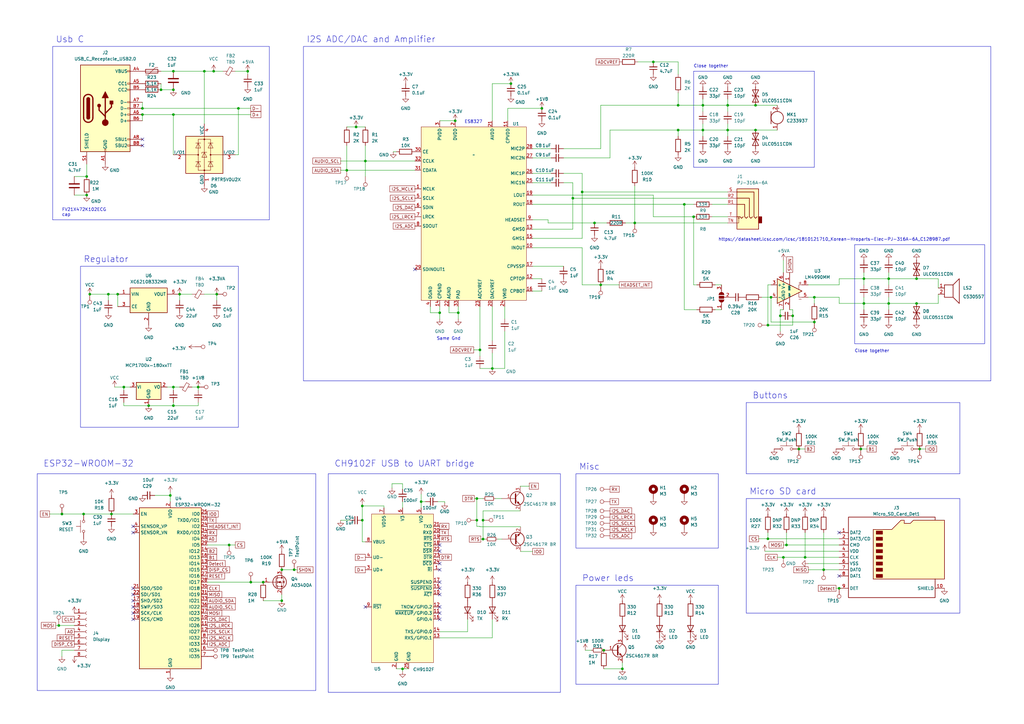
<source format=kicad_sch>
(kicad_sch (version 20230121) (generator eeschema)
  (paper "A3")
  (title_block (title "I2S ADC/DAC test board"))
  (junction (at 377.19 184.15))
  (junction (at 102.87 238.76))
  (junction (at 58.42 46.99))
  (junction (at 97.79 44.45))
  (junction (at 243.84 91.44))
  (junction (at 34.29 210.82))
  (junction (at 172.72 205.74))
  (junction (at 322.58 223.52))
  (junction (at 81.28 158.75))
  (junction (at 334.01 132.08))
  (junction (at 375.92 124.46))
  (junction (at 353.06 184.15))
  (junction (at 165.1 274.32))
  (junction (at 50.8 158.75))
  (junction (at 24.13 256.54))
  (junction (at 246.38 116.84))
  (junction (at 255.27 274.32))
  (junction (at 267.97 25.4))
  (junction (at 187.96 128.27))
  (junction (at 71.12 36.83))
  (junction (at 247.65 266.7))
  (junction (at 48.26 120.65))
  (junction (at 149.86 66.04))
  (junction (at 337.82 233.68))
  (junction (at 115.57 233.68))
  (junction (at 288.29 53.34))
  (junction (at 71.12 29.21))
  (junction (at 73.66 120.65))
  (junction (at 327.66 184.15))
  (junction (at 120.65 233.68))
  (junction (at 375.92 114.3))
  (junction (at 316.23 121.92))
  (junction (at 209.55 34.29))
  (junction (at 58.42 44.45))
  (junction (at 66.04 36.83))
  (junction (at 314.96 220.98))
  (junction (at 146.05 52.07))
  (junction (at 288.29 43.18))
  (junction (at 334.01 121.92))
  (junction (at 142.24 69.85))
  (junction (at 278.13 53.34))
  (junction (at 298.45 53.34))
  (junction (at 45.72 210.82))
  (junction (at 260.35 91.44))
  (junction (at 35.56 80.01))
  (junction (at 321.31 228.6))
  (junction (at 364.49 114.3))
  (junction (at 280.67 83.82))
  (junction (at 36.83 120.65))
  (junction (at 148.59 213.36))
  (junction (at 101.6 29.21))
  (junction (at 314.96 133.35))
  (junction (at 284.48 88.9))
  (junction (at 278.13 43.18))
  (junction (at 180.34 128.27))
  (junction (at 71.12 46.99))
  (junction (at 87.63 29.21))
  (junction (at 309.88 53.34))
  (junction (at 201.93 151.13))
  (junction (at 71.12 166.37))
  (junction (at 71.12 158.75))
  (junction (at 148.59 207.518))
  (junction (at 186.69 49.53))
  (junction (at 35.56 72.39))
  (junction (at 88.9 120.65))
  (junction (at 309.88 43.18))
  (junction (at 354.33 124.46))
  (junction (at 354.33 114.3))
  (junction (at 83.82 29.21))
  (junction (at 234.95 81.28))
  (junction (at 320.04 129.54))
  (junction (at 364.49 124.46))
  (junction (at 198.12 221.107))
  (junction (at 60.96 166.37))
  (junction (at 298.45 43.18))
  (junction (at 107.95 238.76))
  (junction (at 238.76 78.74))
  (junction (at 330.2 228.6))
  (junction (at 115.57 246.38))
  (junction (at 195.58 213.36))
  (junction (at 44.45 120.65))
  (junction (at 222.25 44.45))
  (junction (at 198.12 213.36))
  (junction (at 196.85 143.51))
  (junction (at 325.12 129.54))
  (junction (at 25.4 210.82))
  (junction (at 195.58 204.47))
  (junction (at 344.17 241.3))
  (junction (at 69.85 203.2))
  (junction (at 93.98 223.52))
  (no_connect (at 54.61 248.92))
  (no_connect (at 344.17 236.22))
  (no_connect (at 149.86 248.92))
  (no_connect (at 54.61 246.38))
  (no_connect (at 180.34 248.92))
  (no_connect (at 180.34 223.52))
  (no_connect (at 58.42 59.69))
  (no_connect (at 180.34 254))
  (no_connect (at 170.18 110.49))
  (no_connect (at 54.61 215.9))
  (no_connect (at 54.61 251.46))
  (no_connect (at 180.34 243.84))
  (no_connect (at 54.61 254))
  (no_connect (at 180.34 226.06))
  (no_connect (at 180.34 231.14))
  (no_connect (at 180.34 251.46))
  (no_connect (at 58.42 57.15))
  (no_connect (at 180.34 238.76))
  (no_connect (at 180.34 233.68))
  (no_connect (at 344.17 218.44))
  (no_connect (at 54.61 243.84))
  (no_connect (at 54.61 241.3))
  (no_connect (at 180.34 241.3))
  (no_connect (at 54.61 218.44))
  (wire (pts (xy 201.93 261.62) (xy 201.93 254)))
  (wire (pts (xy 377.19 184.15) (xy 379.73 184.15)))
  (wire (pts (xy 198.12 221.107) (xy 199.0598 221.107)))
  (wire (pts (xy 384.81 114.3) (xy 384.81 118.11)))
  (wire (pts (xy 165.1 205.74) (xy 165.1 208.28)))
  (wire (pts (xy 208.28 44.45) (xy 208.28 49.53)))
  (wire (pts (xy 201.93 144.78) (xy 201.93 151.13)))
  (wire (pts (xy 30.48 266.7) (xy 25.4 266.7)))
  (wire (pts (xy 149.86 66.04) (xy 149.86 72.39)))
  (wire (pts (xy 73.66 120.65) (xy 78.74 120.65)))
  (wire (pts (xy 162.56 274.32) (xy 165.1 274.32)))
  (wire (pts (xy 354.33 124.46) (xy 364.49 124.46)))
  (wire (pts (xy 201.93 125.73) (xy 201.93 139.7)))
  (wire (pts (xy 284.48 88.9) (xy 267.97 88.9)))
  (wire (pts (xy 261.62 25.4) (xy 267.97 25.4)))
  (wire (pts (xy 20.32 210.82) (xy 25.4 210.82)))
  (wire (pts (xy 344.17 114.3) (xy 354.33 114.3)))
  (polyline (pts (xy 334.01 68.58) (xy 334.01 29.21)))
  (wire (pts (xy 246.38 43.18) (xy 246.38 60.96)))
  (wire (pts (xy 149.86 66.04) (xy 170.18 66.04)))
  (wire (pts (xy 120.65 233.68) (xy 115.57 233.68)))
  (wire (pts (xy 354.33 111.76) (xy 354.33 114.3)))
  (wire (pts (xy 97.79 44.45) (xy 102.87 44.45)))
  (wire (pts (xy 196.85 216.027) (xy 213.487 216.027)))
  (wire (pts (xy 213.487 226.187) (xy 218.44 226.187)))
  (wire (pts (xy 280.67 127) (xy 280.67 83.82)))
  (wire (pts (xy 101.6 30.48) (xy 101.6 29.21)))
  (wire (pts (xy 102.87 238.76) (xy 107.95 238.76)))
  (wire (pts (xy 71.12 46.99) (xy 71.12 63.5)))
  (wire (pts (xy 246.38 116.84) (xy 254 116.84)))
  (wire (pts (xy 238.76 101.6) (xy 238.76 116.84)))
  (wire (pts (xy 278.13 55.88) (xy 278.13 53.34)))
  (wire (pts (xy 48.26 120.65) (xy 48.26 125.73)))
  (wire (pts (xy 280.67 127) (xy 285.75 127)))
  (wire (pts (xy 184.15 128.27) (xy 187.96 128.27)))
  (wire (pts (xy 69.85 201.93) (xy 69.85 203.2)))
  (wire (pts (xy 66.04 29.21) (xy 71.12 29.21)))
  (polyline (pts (xy 284.48 29.21) (xy 334.01 29.21)))
  (wire (pts (xy 309.88 53.34) (xy 318.77 53.34)))
  (wire (pts (xy 149.86 59.69) (xy 149.86 66.04)))
  (wire (pts (xy 234.95 81.28) (xy 298.45 81.28)))
  (wire (pts (xy 224.79 90.17) (xy 218.44 90.17)))
  (wire (pts (xy 384.81 120.65) (xy 384.81 124.46)))
  (wire (pts (xy 71.12 158.75) (xy 68.58 158.75)))
  (wire (pts (xy 194.564 204.47) (xy 195.58 204.47)))
  (wire (pts (xy 195.58 213.36) (xy 195.58 215.9)))
  (wire (pts (xy 148.59 213.36) (xy 148.59 222.25)))
  (wire (pts (xy 66.04 36.83) (xy 71.12 36.83)))
  (wire (pts (xy 30.48 72.39) (xy 35.56 72.39)))
  (wire (pts (xy 71.12 166.37) (xy 71.12 165.1)))
  (wire (pts (xy 312.42 121.92) (xy 316.23 121.92)))
  (wire (pts (xy 330.2 218.44) (xy 330.2 228.6)))
  (wire (pts (xy 298.45 40.64) (xy 298.45 43.18)))
  (wire (pts (xy 354.33 114.3) (xy 364.49 114.3)))
  (wire (pts (xy 142.24 69.85) (xy 170.18 69.85)))
  (wire (pts (xy 148.59 222.25) (xy 149.86 222.25)))
  (wire (pts (xy 218.44 109.22) (xy 231.14 109.22)))
  (wire (pts (xy 331.47 233.68) (xy 337.82 233.68)))
  (wire (pts (xy 313.69 226.06) (xy 344.17 226.06)))
  (wire (pts (xy 58.42 44.45) (xy 97.79 44.45)))
  (wire (pts (xy 288.29 53.34) (xy 298.45 53.34)))
  (wire (pts (xy 234.95 93.98) (xy 218.44 93.98)))
  (wire (pts (xy 198.12 209.55) (xy 198.12 213.36)))
  (wire (pts (xy 97.79 63.5) (xy 96.52 63.5)))
  (wire (pts (xy 179.578 205.74) (xy 182.372 205.74)))
  (wire (pts (xy 288.29 53.34) (xy 288.29 55.88)))
  (wire (pts (xy 187.96 125.73) (xy 187.96 128.27)))
  (wire (pts (xy 353.06 184.15) (xy 355.6 184.15)))
  (wire (pts (xy 344.17 124.46) (xy 354.33 124.46)))
  (wire (pts (xy 213.36 199.39) (xy 217.043 199.39)))
  (wire (pts (xy 187.96 128.27) (xy 187.96 130.81)))
  (wire (pts (xy 180.34 259.08) (xy 191.77 259.08)))
  (wire (pts (xy 157.48 208.28) (xy 157.48 207.518)))
  (wire (pts (xy 322.58 223.52) (xy 344.17 223.52)))
  (wire (pts (xy 320.04 127) (xy 320.04 129.54)))
  (wire (pts (xy 255.27 271.78) (xy 255.27 274.32)))
  (wire (pts (xy 238.76 97.79) (xy 238.76 78.74)))
  (wire (pts (xy 330.2 228.6) (xy 344.17 228.6)))
  (wire (pts (xy 321.31 223.52) (xy 322.58 223.52)))
  (wire (pts (xy 139.7 69.85) (xy 142.24 69.85)))
  (wire (pts (xy 50.8 160.02) (xy 50.8 158.75)))
  (wire (pts (xy 58.42 46.99) (xy 71.12 46.99)))
  (wire (pts (xy 121.92 233.68) (xy 120.65 233.68)))
  (wire (pts (xy 280.67 83.82) (xy 284.48 83.82)))
  (wire (pts (xy 364.49 111.76) (xy 364.49 114.3)))
  (wire (pts (xy 209.55 34.29) (xy 201.93 34.29)))
  (wire (pts (xy 231.14 64.77) (xy 250.19 64.77)))
  (wire (pts (xy 81.28 166.37) (xy 81.28 165.1)))
  (wire (pts (xy 197.231 221.107) (xy 198.12 221.107)))
  (wire (pts (xy 78.74 158.75) (xy 81.28 158.75)))
  (wire (pts (xy 325.12 133.35) (xy 314.96 133.35)))
  (wire (pts (xy 288.29 50.8) (xy 288.29 53.34)))
  (wire (pts (xy 58.42 41.91) (xy 58.42 44.45)))
  (wire (pts (xy 165.1 274.32) (xy 167.64 274.32)))
  (wire (pts (xy 142.24 52.07) (xy 146.05 52.07)))
  (wire (pts (xy 218.44 83.82) (xy 280.67 83.82)))
  (wire (pts (xy 278.13 43.18) (xy 288.29 43.18)))
  (wire (pts (xy 238.76 78.74) (xy 298.45 78.74)))
  (wire (pts (xy 96.52 223.52) (xy 93.98 223.52)))
  (wire (pts (xy 316.23 132.08) (xy 316.23 121.92)))
  (wire (pts (xy 218.44 97.79) (xy 238.76 97.79)))
  (wire (pts (xy 250.19 53.34) (xy 278.13 53.34)))
  (wire (pts (xy 63.5 203.2) (xy 69.85 203.2)))
  (wire (pts (xy 115.57 246.38) (xy 107.95 246.38)))
  (wire (pts (xy 364.49 114.3) (xy 364.49 116.84)))
  (wire (pts (xy 172.72 202.692) (xy 172.72 205.74)))
  (wire (pts (xy 218.44 119.38) (xy 222.25 119.38)))
  (wire (pts (xy 180.34 128.27) (xy 180.34 125.73)))
  (wire (pts (xy 160.782 198.374) (xy 165.1 198.374)))
  (wire (pts (xy 267.97 80.01) (xy 218.44 80.01)))
  (wire (pts (xy 198.12 204.47) (xy 195.58 204.47)))
  (wire (pts (xy 325.12 127) (xy 325.12 129.54)))
  (wire (pts (xy 288.29 43.18) (xy 298.45 43.18)))
  (wire (pts (xy 250.19 64.77) (xy 250.19 53.34)))
  (wire (pts (xy 88.9 120.65) (xy 83.82 120.65)))
  (wire (pts (xy 284.48 116.84) (xy 285.75 116.84)))
  (wire (pts (xy 180.34 261.62) (xy 201.93 261.62)))
  (wire (pts (xy 195.58 215.9) (xy 196.85 215.9)))
  (wire (pts (xy 101.6 29.21) (xy 96.52 29.21)))
  (wire (pts (xy 255.27 274.32) (xy 247.65 274.32)))
  (wire (pts (xy 243.84 91.44) (xy 224.79 91.44)))
  (wire (pts (xy 148.59 207.01) (xy 148.59 207.518)))
  (wire (pts (xy 172.72 205.74) (xy 174.498 205.74)))
  (wire (pts (xy 25.4 210.82) (xy 34.29 210.82)))
  (wire (pts (xy 246.38 60.96) (xy 231.14 60.96)))
  (wire (pts (xy 139.7 66.04) (xy 149.86 66.04)))
  (wire (pts (xy 226.06 60.96) (xy 218.44 60.96)))
  (wire (pts (xy 278.13 43.18) (xy 246.38 43.18)))
  (wire (pts (xy 278.13 53.34) (xy 288.29 53.34)))
  (wire (pts (xy 71.12 166.37) (xy 81.28 166.37)))
  (wire (pts (xy 34.29 210.82) (xy 45.72 210.82)))
  (wire (pts (xy 325.12 129.54) (xy 325.12 133.35)))
  (wire (pts (xy 331.47 116.84) (xy 344.17 116.84)))
  (wire (pts (xy 292.1 83.82) (xy 298.45 83.82)))
  (wire (pts (xy 226.06 64.77) (xy 218.44 64.77)))
  (wire (pts (xy 50.8 158.75) (xy 53.34 158.75)))
  (wire (pts (xy 260.35 91.44) (xy 260.35 76.2)))
  (wire (pts (xy 160.782 200.152) (xy 160.782 198.374)))
  (wire (pts (xy 203.2 204.47) (xy 205.74 204.47)))
  (wire (pts (xy 172.72 205.74) (xy 172.72 208.28)))
  (wire (pts (xy 222.25 44.45) (xy 208.28 44.45)))
  (wire (pts (xy 148.59 207.518) (xy 157.48 207.518)))
  (wire (pts (xy 240.03 266.7) (xy 242.57 266.7)))
  (wire (pts (xy 278.13 25.4) (xy 267.97 25.4)))
  (wire (pts (xy 176.53 125.73) (xy 176.53 128.27)))
  (wire (pts (xy 60.96 166.37) (xy 71.12 166.37)))
  (wire (pts (xy 288.29 43.18) (xy 288.29 45.72)))
  (wire (pts (xy 176.53 128.27) (xy 180.34 128.27)))
  (wire (pts (xy 278.13 38.1) (xy 278.13 43.18)))
  (wire (pts (xy 334.01 121.92) (xy 344.17 121.92)))
  (wire (pts (xy 196.85 151.13) (xy 201.93 151.13)))
  (wire (pts (xy 344.17 116.84) (xy 344.17 114.3)))
  (wire (pts (xy 146.05 52.07) (xy 149.86 52.07)))
  (wire (pts (xy 234.95 81.28) (xy 234.95 93.98)))
  (wire (pts (xy 148.59 207.518) (xy 148.59 213.36)))
  (wire (pts (xy 314.96 116.84) (xy 316.23 116.84)))
  (wire (pts (xy 73.66 123.19) (xy 73.66 120.65)))
  (polyline (pts (xy 284.48 68.58) (xy 334.01 68.58)))
  (wire (pts (xy 342.9 241.3) (xy 344.17 241.3)))
  (wire (pts (xy 22.86 256.54) (xy 24.13 256.54)))
  (wire (pts (xy 46.99 158.75) (xy 50.8 158.75)))
  (wire (pts (xy 354.33 121.92) (xy 354.33 124.46)))
  (wire (pts (xy 165.1 198.374) (xy 165.1 200.66)))
  (wire (pts (xy 71.12 46.99) (xy 102.87 46.99)))
  (wire (pts (xy 195.58 204.47) (xy 195.58 213.36)))
  (wire (pts (xy 194.31 143.51) (xy 196.85 143.51)))
  (wire (pts (xy 314.96 218.44) (xy 314.96 220.98)))
  (wire (pts (xy 323.85 127) (xy 325.12 127)))
  (wire (pts (xy 83.82 29.21) (xy 87.63 29.21)))
  (wire (pts (xy 321.31 106.68) (xy 321.31 111.76)))
  (wire (pts (xy 24.13 256.54) (xy 30.48 256.54)))
  (wire (pts (xy 196.85 125.73) (xy 196.85 143.51)))
  (wire (pts (xy 224.79 91.44) (xy 224.79 90.17)))
  (wire (pts (xy 375.92 114.3) (xy 384.81 114.3)))
  (wire (pts (xy 331.47 231.14) (xy 344.17 231.14)))
  (wire (pts (xy 143.51 213.36) (xy 139.7 213.36)))
  (wire (pts (xy 327.66 184.15) (xy 330.2 184.15)))
  (wire (pts (xy 248.92 91.44) (xy 243.84 91.44)))
  (wire (pts (xy 71.12 160.02) (xy 71.12 158.75)))
  (wire (pts (xy 278.13 30.48) (xy 278.13 25.4)))
  (wire (pts (xy 238.76 71.12) (xy 231.14 71.12)))
  (wire (pts (xy 218.44 114.3) (xy 222.25 114.3)))
  (wire (pts (xy 196.85 215.9) (xy 196.85 216.027)))
  (wire (pts (xy 71.12 29.21) (xy 83.82 29.21)))
  (wire (pts (xy 50.8 166.37) (xy 60.96 166.37)))
  (wire (pts (xy 231.14 74.93) (xy 234.95 74.93)))
  (wire (pts (xy 354.33 124.46) (xy 354.33 127)))
  (wire (pts (xy 180.34 49.53) (xy 186.69 49.53)))
  (wire (pts (xy 293.37 116.84) (xy 295.91 116.84)))
  (wire (pts (xy 165.1 274.32) (xy 165.1 275.336)))
  (wire (pts (xy 182.372 205.74) (xy 182.372 206.248)))
  (wire (pts (xy 184.15 125.73) (xy 184.15 128.27)))
  (wire (pts (xy 354.33 114.3) (xy 354.33 116.84)))
  (wire (pts (xy 81.28 158.75) (xy 81.28 160.02)))
  (wire (pts (xy 284.48 88.9) (xy 284.48 116.84)))
  (wire (pts (xy 195.58 204.343) (xy 195.58 204.47)))
  (wire (pts (xy 85.09 238.76) (xy 102.87 238.76)))
  (wire (pts (xy 88.9 123.19) (xy 88.9 120.65)))
  (wire (pts (xy 45.72 210.82) (xy 54.61 210.82)))
  (wire (pts (xy 191.77 259.08) (xy 191.77 254)))
  (wire (pts (xy 298.45 53.34) (xy 298.45 55.88)))
  (wire (pts (xy 83.82 29.21) (xy 83.82 50.8)))
  (wire (pts (xy 267.97 88.9) (xy 267.97 80.01)))
  (wire (pts (xy 196.85 143.51) (xy 196.85 146.05)))
  (wire (pts (xy 207.01 135.89) (xy 207.01 151.13)))
  (wire (pts (xy 58.42 46.99) (xy 58.42 49.53)))
  (wire (pts (xy 69.85 203.2) (xy 69.85 205.74)))
  (wire (pts (xy 337.82 233.68) (xy 344.17 233.68)))
  (wire (pts (xy 218.44 101.6) (xy 238.76 101.6)))
  (wire (pts (xy 364.49 124.46) (xy 375.92 124.46)))
  (wire (pts (xy 234.95 74.93) (xy 234.95 81.28)))
  (wire (pts (xy 298.45 43.18) (xy 309.88 43.18)))
  (wire (pts (xy 50.8 166.37) (xy 50.8 165.1)))
  (wire (pts (xy 320.04 129.54) (xy 320.04 135.89)))
  (wire (pts (xy 238.76 78.74) (xy 238.76 71.12)))
  (wire (pts (xy 198.12 213.36) (xy 198.12 221.107)))
  (wire (pts (xy 30.48 80.01) (xy 35.56 80.01)))
  (wire (pts (xy 293.37 127) (xy 295.91 127)))
  (wire (pts (xy 321.31 228.6) (xy 330.2 228.6)))
  (wire (pts (xy 298.45 53.34) (xy 309.88 53.34)))
  (wire (pts (xy 337.82 218.44) (xy 337.82 233.68)))
  (wire (pts (xy 115.57 243.84) (xy 115.57 246.38)))
  (wire (pts (xy 201.93 34.29) (xy 201.93 49.53)))
  (wire (pts (xy 238.76 116.84) (xy 246.38 116.84)))
  (wire (pts (xy 364.49 114.3) (xy 375.92 114.3)))
  (wire (pts (xy 322.58 218.44) (xy 322.58 223.52)))
  (wire (pts (xy 207.01 125.73) (xy 207.01 130.81)))
  (wire (pts (xy 298.45 43.18) (xy 298.45 45.72)))
  (wire (pts (xy 226.06 71.12) (xy 218.44 71.12)))
  (wire (pts (xy 321.31 127) (xy 320.04 127)))
  (wire (pts (xy 256.54 91.44) (xy 260.35 91.44)))
  (wire (pts (xy 292.1 88.9) (xy 298.45 88.9)))
  (wire (pts (xy 334.01 124.46) (xy 334.01 121.92)))
  (wire (pts (xy 314.96 133.35) (xy 314.96 116.84)))
  (wire (pts (xy 298.45 91.44) (xy 260.35 91.44)))
  (wire (pts (xy 97.79 44.45) (xy 97.79 63.5)))
  (wire (pts (xy 334.01 132.08) (xy 316.23 132.08)))
  (wire (pts (xy 318.77 228.6) (xy 321.31 228.6)))
  (wire (pts (xy 25.4 266.7) (xy 25.4 269.24)))
  (wire (pts (xy 213.36 209.55) (xy 198.12 209.55)))
  (polyline (pts (xy 284.48 29.21) (xy 284.48 68.58)))
  (wire (pts (xy 35.56 72.39) (xy 35.56 67.31)))
  (wire (pts (xy 344.17 121.92) (xy 344.17 124.46)))
  (wire (pts (xy 364.49 124.46) (xy 364.49 127)))
  (wire (pts (xy 36.83 120.65) (xy 44.45 120.65)))
  (wire (pts (xy 226.06 74.93) (xy 218.44 74.93)))
  (wire (pts (xy 93.98 223.52) (xy 85.09 223.52)))
  (wire (pts (xy 375.92 124.46) (xy 384.81 124.46)))
  (wire (pts (xy 311.15 220.98) (xy 314.96 220.98)))
  (wire (pts (xy 66.04 34.29) (xy 66.04 36.83)))
  (wire (pts (xy 180.34 128.27) (xy 180.34 130.81)))
  (wire (pts (xy 288.29 40.64) (xy 288.29 43.18)))
  (wire (pts (xy 207.01 151.13) (xy 201.93 151.13)))
  (wire (pts (xy 91.44 29.21) (xy 87.63 29.21)))
  (wire (pts (xy 331.47 121.92) (xy 334.01 121.92)))
  (wire (pts (xy 298.45 50.8) (xy 298.45 53.34)))
  (wire (pts (xy 142.24 59.69) (xy 142.24 69.85)))
  (wire (pts (xy 309.88 43.18) (xy 318.77 43.18)))
  (wire (pts (xy 161.29 62.23) (xy 162.56 62.23)))
  (wire (pts (xy 73.66 158.75) (xy 71.12 158.75)))
  (wire (pts (xy 44.45 123.19) (xy 44.45 120.65)))
  (wire (pts (xy 44.45 120.65) (xy 48.26 120.65)))
  (wire (pts (xy 364.49 121.92) (xy 364.49 124.46)))
  (wire (pts (xy 314.96 220.98) (xy 344.17 220.98)))
  (wire (pts (xy 204.1398 221.107) (xy 205.867 221.107)))
  (rectangle (start 15.24 194.31) (end 129.54 283.21))
  (rectangle (start 306.07 165.1) (end 393.7 194.31))
  (rectangle (start 236.22 240.03) (end 294.64 280.67))
  (rectangle (start 236.22 194.31) (end 294.64 224.79))
  (rectangle (start 134.62 194.31) (end 229.87 283.972))
  (rectangle (start 33.02 109.22) (end 97.79 175.26))
  (rectangle (start 124.46 19.05) (end 406.4 156.21))
  (rectangle (start 306.07 204.47) (end 393.7 251.46))
  (rectangle (start 21.59 19.05) (end 110.49 90.17))
  (rectangle (start 350.52 100.33) (end 403.86 140.97))
  (text "CH9102F USB to UART bridge" (at 137.16 191.77 0) (effects (font (size 2.54 2.54)) (justify left bottom)))
  (text "Regulator" (at 34.29 107.95 0) (effects (font (size 2.54 2.54)) (justify left bottom)))
  (text "Same Gnd" (at 179.07 139.7 0) (effects (font (size 1.27 1.27)) (justify left bottom)))
  (text "FV21X472K102ECG\ncap\n" (at 25.4 88.9 0) (effects (font (size 1.27 1.27)) (justify left bottom)))
  (text "Close together" (at 284.48 27.94 0) (effects (font (size 1.27 1.27)) (justify left bottom)))
  (text "https://datasheet.lcsc.com/lcsc/1810121710_Korean-Hroparts-Elec-PJ-316A-6A_C128987.pdf" (at 294.64 99.06 0) (effects (font (size 1.27 1.27)) (justify left bottom)))
  (text "I2S ADC/DAC and Amplifier" (at 125.73 17.78 0) (effects (font (size 2.54 2.54)) (justify left bottom)))
  (text "Power leds" (at 238.76 238.76 0) (effects (font (size 2.54 2.54)) (justify left bottom)))
  (text "ESP32-WROOM-32\n" (at 17.78 191.77 0) (effects (font (size 2.54 2.54)) (justify left bottom)))
  (text "Misc" (at 237.49 193.04 0) (effects (font (size 2.54 2.54)) (justify left bottom)))
  (text "Close together" (at 350.52 144.78 0) (effects (font (size 1.27 1.27)) (justify left bottom)))
  (text "Buttons" (at 308.61 163.83 0) (effects (font (size 2.54 2.54)) (justify left bottom)))
  (text "Usb C\n" (at 22.86 17.78 0) (effects (font (size 2.54 2.54)) (justify left bottom)))
  (text "ES8327" (at 190.5 50.8 0) (effects (font (size 1.27 1.27)) (justify left bottom)))
  (text "Micro SD card" (at 307.34 203.2 0) (effects (font (size 2.54 2.54)) (justify left bottom)))
  (global_label "RESET" (shape passive) (at 30.48 261.62 180) (property "Intersheetrefs" "${INTERSHEET_REFS}" (effects hide)))
  (global_label "HEADSET_INT" (shape passive) (at 85.09 215.9 0) (property "Intersheetrefs" "${INTERSHEET_REFS}" (effects hide)))
  (global_label "I2S_ADC" (shape passive) (at 170.18 92.71 180) (property "Intersheetrefs" "${INTERSHEET_REFS}" (effects hide)))
  (global_label "AUDIO_SCL" (shape passive) (at 139.7 66.04 180) (property "Intersheetrefs" "${INTERSHEET_REFS}" (effects hide)))
  (global_label "ADCVREF" (shape passive) (at 254 25.4 180) (property "Intersheetrefs" "${INTERSHEET_REFS}" (effects hide)))
  (global_label "I2S_MCLK" (shape passive) (at 85.09 261.62 0) (property "Intersheetrefs" "${INTERSHEET_REFS}" (effects hide)))
  (global_label "TX" (shape passive) (at 250.19 205.74 0) (property "Intersheetrefs" "${INTERSHEET_REFS}" (effects hide)))
  (global_label "D+" (shape passive) (at 102.87 46.99 0) (property "Intersheetrefs" "${INTERSHEET_REFS}" (effects hide)))
  (global_label "RTS" (shape passive) (at 180.34 220.98 0) (property "Intersheetrefs" "${INTERSHEET_REFS}" (effects hide)))
  (global_label "TX" (shape passive) (at 180.34 218.44 0) (property "Intersheetrefs" "${INTERSHEET_REFS}" (effects hide)))
  (global_label "CLK" (shape passive) (at 318.77 228.6 180) (property "Intersheetrefs" "${INTERSHEET_REFS}" (effects hide)))
  (global_label "CS" (shape passive) (at 311.15 220.98 180) (property "Intersheetrefs" "${INTERSHEET_REFS}" (effects hide)))
  (global_label "CLK" (shape passive) (at 30.48 254 180) (property "Intersheetrefs" "${INTERSHEET_REFS}" (effects hide)))
  (global_label "MOSI" (shape passive) (at 85.09 251.46 0) (property "Intersheetrefs" "${INTERSHEET_REFS}" (effects hide)))
  (global_label "Detect" (shape passive) (at 85.09 231.14 0) (property "Intersheetrefs" "${INTERSHEET_REFS}" (effects hide)))
  (global_label "I2S_DAC" (shape passive) (at 85.09 254 0) (property "Intersheetrefs" "${INTERSHEET_REFS}" (effects hide)))
  (global_label "A0" (shape passive) (at 85.09 220.98 0) (property "Intersheetrefs" "${INTERSHEET_REFS}" (effects hide)))
  (global_label "AUDIO_SDA" (shape passive) (at 139.7 69.85 180) (property "Intersheetrefs" "${INTERSHEET_REFS}" (effects hide)))
  (global_label "RESET" (shape passive) (at 85.09 236.22 0) (property "Intersheetrefs" "${INTERSHEET_REFS}" (effects hide)))
  (global_label "D-" (shape passive) (at 102.87 44.45 0) (property "Intersheetrefs" "${INTERSHEET_REFS}" (effects hide)))
  (global_label "MOSI" (shape passive) (at 321.31 223.52 180) (property "Intersheetrefs" "${INTERSHEET_REFS}" (effects hide)))
  (global_label "I2S_DAC" (shape passive) (at 250.19 209.55 0) (property "Intersheetrefs" "${INTERSHEET_REFS}" (effects hide)))
  (global_label "AUDIO_SDA" (shape passive) (at 85.09 246.38 0) (property "Intersheetrefs" "${INTERSHEET_REFS}" (effects hide)))
  (global_label "I2S_ADC" (shape passive) (at 250.19 219.71 0) (property "Intersheetrefs" "${INTERSHEET_REFS}" (effects hide)))
  (global_label "RTS" (shape passive) (at 197.231 221.107 180) (property "Intersheetrefs" "${INTERSHEET_REFS}" (effects hide)))
  (global_label "MISO" (shape passive) (at 331.47 233.68 180) (property "Intersheetrefs" "${INTERSHEET_REFS}" (effects hide)))
  (global_label "IO0" (shape passive) (at 379.73 184.15 0) (property "Intersheetrefs" "${INTERSHEET_REFS}" (effects hide)))
  (global_label "I2S_LRCK" (shape passive) (at 250.19 212.09 0) (property "Intersheetrefs" "${INTERSHEET_REFS}" (effects hide)))
  (global_label "IO0" (shape passive) (at 85.09 210.82 0) (property "Intersheetrefs" "${INTERSHEET_REFS}" (effects hide)))
  (global_label "I2S_LRCK" (shape passive) (at 170.18 88.9 180) (property "Intersheetrefs" "${INTERSHEET_REFS}" (effects hide)))
  (global_label "MOSI" (shape passive) (at 22.86 256.54 180) (property "Intersheetrefs" "${INTERSHEET_REFS}" (effects hide)))
  (global_label "DTR" (shape passive) (at 180.34 228.6 0) (property "Intersheetrefs" "${INTERSHEET_REFS}" (effects hide)))
  (global_label "EN" (shape passive) (at 217.043 199.39 0) (property "Intersheetrefs" "${INTERSHEET_REFS}" (effects hide)))
  (global_label "DTR" (shape passive) (at 194.564 204.47 180) (property "Intersheetrefs" "${INTERSHEET_REFS}" (effects hide)))
  (global_label "B1" (shape passive) (at 355.6 184.15 0) (property "Intersheetrefs" "${INTERSHEET_REFS}" (effects hide)))
  (global_label "SHDN" (shape passive) (at 121.92 233.68 0) (property "Intersheetrefs" "${INTERSHEET_REFS}" (effects hide)))
  (global_label "DISP_CS" (shape passive) (at 30.48 264.16 180) (property "Intersheetrefs" "${INTERSHEET_REFS}" (effects hide)))
  (global_label "RX" (shape passive) (at 180.34 215.9 0) (property "Intersheetrefs" "${INTERSHEET_REFS}" (effects hide)))
  (global_label "CS" (shape passive) (at 96.52 223.52 0) (property "Intersheetrefs" "${INTERSHEET_REFS}" (effects hide)))
  (global_label "RX" (shape passive) (at 250.19 200.66 0) (property "Intersheetrefs" "${INTERSHEET_REFS}" (effects hide)))
  (global_label "D-" (shape passive) (at 149.86 228.6 180) (property "Intersheetrefs" "${INTERSHEET_REFS}" (effects hide)))
  (global_label "I2S_ADC" (shape passive) (at 85.09 264.16 0) (property "Intersheetrefs" "${INTERSHEET_REFS}" (effects hide)))
  (global_label "MISO" (shape passive) (at 85.09 243.84 0) (property "Intersheetrefs" "${INTERSHEET_REFS}" (effects hide)))
  (global_label "I2S_MCLK" (shape passive) (at 170.18 77.47 180) (property "Intersheetrefs" "${INTERSHEET_REFS}" (effects hide)))
  (global_label "SHDN" (shape passive) (at 323.85 111.76 90) (property "Intersheetrefs" "${INTERSHEET_REFS}" (effects hide)))
  (global_label "EN" (shape passive) (at 20.32 210.82 180) (property "Intersheetrefs" "${INTERSHEET_REFS}" (effects hide)))
  (global_label "D+" (shape passive) (at 149.86 233.68 180) (property "Intersheetrefs" "${INTERSHEET_REFS}" (effects hide)))
  (global_label "HEADSET_INT" (shape passive) (at 254 116.84 0) (property "Intersheetrefs" "${INTERSHEET_REFS}" (effects hide)))
  (global_label "IO0" (shape passive) (at 218.44 226.187 0) (property "Intersheetrefs" "${INTERSHEET_REFS}" (effects hide)))
  (global_label "I2S_SCLK" (shape passive) (at 85.09 259.08 0) (property "Intersheetrefs" "${INTERSHEET_REFS}" (effects hide)))
  (global_label "Detect" (shape passive) (at 342.9 241.3 180) (property "Intersheetrefs" "${INTERSHEET_REFS}" (effects hide)))
  (global_label "I2S_SCLK" (shape passive) (at 170.18 81.28 180) (property "Intersheetrefs" "${INTERSHEET_REFS}" (effects hide)))
  (global_label "ADCVREF" (shape passive) (at 194.31 143.51 180) (property "Intersheetrefs" "${INTERSHEET_REFS}" (effects hide)))
  (global_label "I2S_MCLK" (shape passive) (at 250.19 217.17 0) (property "Intersheetrefs" "${INTERSHEET_REFS}" (effects hide)))
  (global_label "TX" (shape passive) (at 85.09 213.36 0) (property "Intersheetrefs" "${INTERSHEET_REFS}" (effects hide)))
  (global_label "DISP_CS" (shape passive) (at 85.09 233.68 0) (property "Intersheetrefs" "${INTERSHEET_REFS}" (effects hide)))
  (global_label "I2S_DAC" (shape passive) (at 170.18 85.09 180) (property "Intersheetrefs" "${INTERSHEET_REFS}" (effects hide)))
  (global_label "RX" (shape passive) (at 85.09 218.44 0) (property "Intersheetrefs" "${INTERSHEET_REFS}" (effects hide)))
  (global_label "B1" (shape passive) (at 85.09 228.6 0) (property "Intersheetrefs" "${INTERSHEET_REFS}" (effects hide)))
  (global_label "AUDIO_SCL" (shape passive) (at 85.09 248.92 0) (property "Intersheetrefs" "${INTERSHEET_REFS}" (effects hide)))
  (global_label "CLK" (shape passive) (at 85.09 241.3 0) (property "Intersheetrefs" "${INTERSHEET_REFS}" (effects hide)))
  (global_label "A0" (shape passive) (at 30.48 259.08 180) (property "Intersheetrefs" "${INTERSHEET_REFS}" (effects hide)))
  (global_label "B2" (shape passive) (at 85.09 226.06 0) (property "Intersheetrefs" "${INTERSHEET_REFS}" (effects hide)))
  (global_label "I2S_SCLK" (shape passive) (at 250.19 214.63 0) (property "Intersheetrefs" "${INTERSHEET_REFS}" (effects hide)))
  (global_label "B2" (shape passive) (at 330.2 184.15 0) (property "Intersheetrefs" "${INTERSHEET_REFS}" (effects hide)))
  (global_label "I2S_LRCK" (shape passive) (at 85.09 256.54 0) (property "Intersheetrefs" "${INTERSHEET_REFS}" (effects hide)))
  (symbol (lib_id "power:+3.3V") (at 30.48 269.24 180) (unit 1)
    (property "Reference" "#PWR081" (effects hide))
    (property "Value" "+3.3V" (at 34.29 273.05 0))
  )
  (symbol (lib_id "power:GND") (at 354.33 132.08 0) (unit 1)
    (property "Reference" "#PWR075" (effects hide))
    (property "Value" "GND" (at 354.33 137.16 0))
  )
  (symbol (lib_id "Device:C_Small") (at 146.05 213.36 90) (unit 1)
    (property "Reference" "C34" (at 145.288 212.344 90) (effects (justify left)))
    (property "Value" "1uF" (at 145.288 214.376 90) (effects (justify left)))
    (property "Footprint" "Capacitor_SMD:C_0402_1005Metric" (effects hide))
    (property "Datasheet" "https://search.murata.co.jp/Ceramy/image/img/A01X/G101/ENG/GRT155C80J105KE01-01.pdf" (effects hide))
    (property "DigiKeyLink" "https://www.digikey.ca/en/products/detail/murata-electronics/GRT155C80J105KE01J/13904934" (effects hide))
    (property "Price" "0.0448" (effects hide))
    (property "MPN" "490-GRT155C80J105KE01JCT-ND" (effects hide))
    (property "MPN_LCSC" "C14445" (effects hide))
    (property "Price_LCSC" "0.0018" (effects hide))
    (property "LCSCLink" "https://lcsc.com/product-detail/Multilayer-Ceramic-Capacitors-MLCC-SMD-SMT_Samsung-Electro-Mechanics-CL05A105KP5NNNC_C14445.html" (effects hide))
  )
  (symbol (lib_id "Device:D_TVS") (at 309.88 39.37 90) (unit 1)
    (property "Reference" "D5" (at 312.42 38.735 90) (effects (justify right)))
    (property "Value" "ULC0511CDN" (at 312.42 41.275 90) (effects (justify right)))
    (property "Footprint" "Diode_SMD:DFN1006" (effects hide))
  )
  (symbol (lib_id "Device:R") (at 255.27 250.19 0) (unit 1)
    (property "Reference" "R12" (at 259.08 251.46 0))
    (property "Value" "330" (at 259.08 248.92 0))
    (property "Footprint" "Resistor_SMD:R_0402_1005Metric" (effects hide))
  )
  (symbol (lib_id "Device:C_Small") (at 60.96 203.2 270) (unit 1)
    (property "Reference" "C29" (at 58.42 199.39 90) (effects (justify left)))
    (property "Value" "10uF" (at 58.42 196.85 90) (effects (justify left)))
    (property "Footprint" "Capacitor_SMD:C_0603_1608Metric" (effects hide))
    (property "LCSC" "C14445" (effects hide))
  )
  (symbol (lib_id "power:+3.3V") (at 353.06 176.53 0) (unit 1)
    (property "Reference" "#PWR048" (effects hide))
    (property "Value" "+3.3V" (at 353.06 172.72 0))
  )
  (symbol (lib_id "power:GND") (at 320.04 135.89 0) (unit 1)
    (property "Reference" "#PWR038" (effects hide))
    (property "Value" "GND" (at 320.04 140.97 0))
  )
  (symbol (lib_id "power:+3.3V") (at 201.93 238.76 0) (unit 1)
    (property "Reference" "#PWR070" (effects hide))
    (property "Value" "+3.3V" (at 201.93 233.68 0))
  )
  (symbol (lib_id "Device:C_Small") (at 228.6 74.93 270) (unit 1)
    (property "Reference" "C11" (at 223.52 73.66 90) (effects (justify right)))
    (property "Value" "1uF" (at 227.33 73.66 90) (effects (justify right)))
    (property "Footprint" "Capacitor_SMD:C_0402_1005Metric" (effects hide))
  )
  (symbol (lib_id "Jumper:SolderJumper_3_Open") (at 295.91 121.92 90) (unit 1)
    (property "Reference" "JP1" (at 293.37 122.555 90) (effects (justify left)))
    (property "Value" "SolderJumper_3_Open" (effects hide))
    (property "Footprint" "Jumper:SolderJumper-3_P1.3mm_Open_RoundedPad1.0x1.5mm" (effects hide))
  )
  (symbol (lib_id "power:GND") (at 101.6 35.56 0) (unit 1)
    (property "Reference" "#PWR058" (effects hide))
    (property "Value" "GND" (at 101.6 40.64 0))
  )
  (symbol (lib_id "Device:R_Small") (at 200.66 204.47 90) (unit 1)
    (property "Reference" "R25" (at 200.66 202.819 90))
    (property "Value" "10K" (at 200.66 206.629 90))
    (property "Footprint" "Resistor_SMD:R_0402_1005Metric" (effects hide))
    (property "Datasheet" "https://www.seielect.com/catalog/sei-rmcf_rmcp.pdf" (effects hide))
    (property "DigiKeyLink" "https://www.digikey.ca/en/products/detail/stackpole-electronics-inc/RMCF0402JT10K0/1758206" (effects hide))
    (property "MPN" "RMCF0402JT10K0CT-ND" (effects hide))
    (property "Price" "0.018" (effects hide))
    (property "MPN_LCSC" "C2906885" (effects hide))
    (property "Price_LCSC" "0.0005" (effects hide))
    (property "LCSCLink" "https://lcsc.com/product-detail/Chip-span-style-background-color-ff0-Resistor-span-Surface-Mount_FOJAN-FRC0402J103-TS_C2906885.html" (effects hide))
  )
  (symbol (lib_id "Connector:TestPoint") (at 80.01 142.24 270) (mirror x) (unit 1)
    (property "Reference" "TP4" (at 88.9 140.97 90) (effects (justify right)))
    (property "Value" "TestPoint" (effects hide))
    (property "Footprint" "TestPoint:TestPoint_Pad_D2.0mm" (effects hide))
  )
  (symbol (lib_id "power:GND") (at 209.55 39.37 0) (unit 1)
    (property "Reference" "#PWR036" (effects hide))
    (property "Value" "GND" (at 213.36 41.91 0))
  )
  (symbol (lib_id "Transistor_FET:AO3400A") (at 113.03 238.76 0) (unit 1)
    (property "Reference" "Q4" (at 119.38 237.4899 0) (effects (justify left)))
    (property "Value" "AO3400A" (at 119.38 240.0299 0) (effects (justify left)))
    (property "Footprint" "Package_TO_SOT_SMD:SOT-23" (effects hide))
    (property "Datasheet" "http://www.aosmd.com/pdfs/datasheet/AO3400A.pdf" (effects hide))
  )
  (symbol (lib_id "Device:C_Small") (at 228.6 60.96 270) (unit 1)
    (property "Reference" "C8" (at 222.25 59.69 90) (effects (justify right)))
    (property "Value" "1uF" (at 226.06 59.69 90) (effects (justify right)))
    (property "Footprint" "Capacitor_SMD:C_0402_1005Metric" (effects hide))
  )
  (symbol (lib_id "power:GND") (at 309.88 60.96 0) (unit 1)
    (property "Reference" "#PWR035" (effects hide))
    (property "Value" "GND" (at 309.88 66.04 0))
  )
  (symbol (lib_id "Device:R") (at 191.77 242.57 0) (unit 1)
    (property "Reference" "R36" (at 195.58 243.84 0))
    (property "Value" "330" (at 195.58 241.3 0))
    (property "Footprint" "Resistor_SMD:R_0402_1005Metric" (effects hide))
  )
  (symbol (lib_id "Connector:TestPoint") (at 120.65 233.68 0) (mirror y) (unit 1)
    (property "Reference" "TP7" (at 119.38 224.79 90) (effects (justify right)))
    (property "Value" "TestPoint" (at 121.92 219.71 90) (effects (justify right)))
    (property "Footprint" "TestPoint:TestPoint_Pad_D2.0mm" (effects hide))
  )
  (symbol (lib_id "Connector:Micro_SD_Card_Det1") (at 367.03 228.6 0) (unit 1)
    (property "Reference" "J3" (at 367.665 208.28 0))
    (property "Value" "Micro_SD_Card_Det1" (at 367.665 210.82 0))
    (property "Footprint" "Connector_Card:microSD_HC_Molex_104031-0811" (effects hide))
    (property "Datasheet" "https://datasheet.lcsc.com/lcsc/2110151630_XKB-Connectivity-XKTF-015-N_C381082.pdf" (effects hide))
  )
  (symbol (lib_id "power:GND") (at 278.13 63.5 0) (unit 1)
    (property "Reference" "#PWR011" (effects hide))
    (property "Value" "GND" (at 278.13 68.58 0))
  )
  (symbol (lib_id "Connector:TestPoint") (at 344.17 241.3 0) (mirror x) (unit 1)
    (property "Reference" "TP15" (at 344.17 246.38 0) (effects (justify right)))
    (property "Value" "TestPoint" (effects hide))
    (property "Footprint" "TestPoint:TestPoint_Pad_D2.0mm" (effects hide))
  )
  (symbol (lib_id "Device:C_Small") (at 354.33 109.22 180) (unit 1)
    (property "Reference" "C37" (at 356.87 107.95 0) (effects (justify right)))
    (property "Value" "33pF" (at 356.87 110.49 0) (effects (justify right)))
    (property "Footprint" "Capacitor_SMD:C_0402_1005Metric" (effects hide))
  )
  (symbol (lib_id "Mechanical:MountingHole_Pad") (at 280.67 201.93 0) (unit 1)
    (property "Reference" "H2" (at 283.21 200.025 0) (effects (justify left)))
    (property "Value" "M3" (at 283.21 202.565 0) (effects (justify left)))
    (property "Footprint" "MountingHole:MountingHole_3.2mm_M3_Pad_Via" (effects hide))
  )
  (symbol (lib_id "power:GND") (at 387.35 241.3 0) (unit 1)
    (property "Reference" "#PWR065" (effects hide))
    (property "Value" "GND" (at 387.35 246.38 0))
  )
  (symbol (lib_id "power:+5VA") (at 321.31 106.68 0) (unit 1)
    (property "Reference" "#PWR040" (effects hide))
    (property "Value" "+5VA" (at 321.31 102.87 0))
  )
  (symbol (lib_id "Device:C_Small") (at 45.72 213.36 0) (unit 1)
    (property "Reference" "C30" (at 38.1 212.09 0) (effects (justify left)))
    (property "Value" "1uF" (at 38.1 214.63 0) (effects (justify left)))
    (property "Footprint" "Capacitor_SMD:C_0402_1005Metric" (effects hide))
    (property "LCSC" "C14445" (effects hide))
  )
  (symbol (lib_id "Device:C_Small") (at 298.45 38.1 180) (unit 1)
    (property "Reference" "C23" (at 300.99 36.83 0) (effects (justify right)))
    (property "Value" "10pF" (at 300.99 39.37 0) (effects (justify right)))
    (property "Footprint" "Capacitor_SMD:C_0402_1005Metric" (effects hide))
  )
  (symbol (lib_id "Connector:TestPoint") (at 85.09 269.24 270) (mirror x) (unit 1)
    (property "Reference" "TP9" (at 93.98 269.24 90) (effects (justify right)))
    (property "Value" "TestPoint" (at 104.14 269.24 90) (effects (justify right)))
    (property "Footprint" "TestPoint:TestPoint_Pad_D2.0mm" (effects hide))
  )
  (symbol (lib_id "Device:Q_NPN_BEC") (at 210.947 221.107 0) (mirror x) (unit 1)
    (property "Reference" "Q3" (at 215.646 220.218 0) (effects (justify left)))
    (property "Value" "2SC4617R BR" (at 214.63 223.266 0) (effects (justify left)))
    (property "Footprint" "Package_TO_SOT_SMD:SOT-523" (effects hide))
    (property "LCSCLink" "https://lcsc.com/product-detail/Bipolar-Transistors-BJT_CBI-2SC4617R-BR_C2836080.html" (effects hide))
    (property "Price_LCSC" "0.0163" (effects hide))
    (property "MPN_LCSC" "C2836080" (effects hide))
  )
  (symbol (lib_id "Connector:TestPoint") (at 195.58 213.36 90) (mirror x) (unit 1)
    (property "Reference" "TP10" (at 186.69 214.63 90) (effects (justify right)))
    (property "Value" "TestPoint" (effects hide))
    (property "Footprint" "TestPoint:TestPoint_Pad_D2.0mm" (effects hide))
  )
  (symbol (lib_id "power:GND") (at 267.97 217.17 0) (unit 1)
    (property "Reference" "#PWR092" (effects hide))
    (property "Value" "GND" (effects hide))
  )
  (symbol (lib_id "Device:C_Small") (at 101.6 33.02 0) (unit 1)
    (property "Reference" "C33" (at 104.14 34.29 0) (effects (justify left)))
    (property "Value" "1uF" (at 104.14 36.83 0) (effects (justify left)))
    (property "Footprint" "Capacitor_SMD:C_0402_1005Metric" (effects hide))
    (property "LCSC" "C14445" (effects hide))
  )
  (symbol (lib_id "Device:R") (at 322.58 214.63 0) (unit 1)
    (property "Reference" "R32" (at 318.77 215.9 0))
    (property "Value" "DNP" (at 318.77 213.36 0))
    (property "Footprint" "Resistor_SMD:R_0402_1005Metric" (effects hide))
  )
  (symbol (lib_id "Power_Protection:PRTR5V0U2X") (at 83.82 63.5 0) (unit 1)
    (property "Reference" "D6" (at 87.63 76.2 0))
    (property "Value" "PRTR5V0U2X" (at 92.71 73.66 0))
    (property "Footprint" "Package_TO_SOT_SMD:SOT-143" (effects hide))
    (property "Datasheet" "https://assets.nexperia.com/documents/data-sheet/PRTR5V0U2X.pdf" (effects hide))
  )
  (symbol (lib_id "Device:R") (at 330.2 214.63 0) (unit 1)
    (property "Reference" "R33" (at 326.39 215.9 0))
    (property "Value" "DNP" (at 326.39 213.36 0))
    (property "Footprint" "Resistor_SMD:R_0402_1005Metric" (effects hide))
  )
  (symbol (lib_id "Device:R") (at 107.95 242.57 0) (unit 1)
    (property "Reference" "R28" (at 101.6 243.84 0) (effects (justify left)))
    (property "Value" "1M" (at 101.6 246.38 0) (effects (justify left)))
    (property "Footprint" "Resistor_SMD:R_0402_1005Metric" (effects hide))
  )
  (symbol (lib_id "Device:R") (at 288.29 83.82 90) (unit 1)
    (property "Reference" "R9" (at 288.29 86.36 90))
    (property "Value" "33R" (at 288.29 83.82 90))
    (property "Footprint" "Resistor_SMD:R_0402_1005Metric" (effects hide))
  )
  (symbol (lib_id "power:GND") (at 298.45 35.56 180) (unit 1)
    (property "Reference" "#PWR032" (effects hide))
    (property "Value" "GND" (at 298.45 31.75 0))
  )
  (symbol (lib_id "power:+3.3V") (at 186.69 49.53 0) (unit 1)
    (property "Reference" "#PWR07" (effects hide))
    (property "Value" "+3.3V" (at 186.69 45.72 0))
  )
  (symbol (lib_id "Device:D_TVS") (at 375.92 110.49 90) (unit 1)
    (property "Reference" "D7" (at 378.46 109.855 90) (effects (justify right)))
    (property "Value" "ULC0511CDN" (at 378.46 112.395 90) (effects (justify right)))
    (property "Footprint" "Diode_SMD:DFN1006" (effects hide))
  )
  (symbol (lib_id "power:+3.3VA") (at 88.9 120.65 0) (unit 1)
    (property "Reference" "#PWR088" (effects hide))
    (property "Value" "+3.3VA" (at 88.9 114.3 0))
  )
  (symbol (lib_id "power:GND") (at 267.97 30.48 0) (unit 1)
    (property "Reference" "#PWR012" (effects hide))
    (property "Value" "GND" (at 267.97 35.56 0))
  )
  (symbol (lib_id "Connector:TestPoint") (at 321.31 228.6 0) (mirror x) (unit 1)
    (property "Reference" "TP23" (at 317.5 233.68 0) (effects (justify right)))
    (property "Value" "TestPoint" (effects hide))
    (property "Footprint" "TestPoint:TestPoint_Pad_D2.0mm" (effects hide))
  )
  (symbol (lib_id "power:VCC") (at 87.63 29.21 0) (unit 1)
    (property "Reference" "#PWR056" (effects hide))
    (property "Value" "VCC" (at 87.63 24.13 0))
  )
  (symbol (lib_id "Device:R") (at 246.38 113.03 0) (unit 1)
    (property "Reference" "R4" (at 250.19 114.3 0))
    (property "Value" "10K" (at 250.19 111.76 0))
    (property "Footprint" "Resistor_SMD:R_0402_1005Metric" (effects hide))
  )
  (symbol (lib_id "Device:R") (at 149.86 55.88 0) (unit 1)
    (property "Reference" "R1" (at 152.4 55.245 0) (effects (justify left)))
    (property "Value" "2K" (at 152.4 57.785 0) (effects (justify left)))
    (property "Footprint" "Resistor_SMD:R_0402_1005Metric" (effects hide))
  )
  (symbol (lib_id "Device:R") (at 283.21 250.19 0) (unit 1)
    (property "Reference" "R14" (at 287.02 251.46 0))
    (property "Value" "330" (at 287.02 248.92 0))
    (property "Footprint" "Resistor_SMD:R_0402_1005Metric" (effects hide))
  )
  (symbol (lib_id "Device:C_Small") (at 207.01 133.35 180) (unit 1)
    (property "Reference" "C1" (at 209.55 132.08 0) (effects (justify right)))
    (property "Value" "1uF" (at 209.55 134.62 0) (effects (justify right)))
    (property "Footprint" "Capacitor_SMD:C_0402_1005Metric" (effects hide))
  )
  (symbol (lib_id "power:GND") (at 280.67 204.47 0) (unit 1)
    (property "Reference" "#PWR091" (effects hide))
    (property "Value" "GND" (effects hide))
  )
  (symbol (lib_id "Device:C_Small") (at 73.66 125.73 0) (unit 1)
    (property "Reference" "C44" (at 76.2 127 0) (effects (justify left)))
    (property "Value" "22uF" (at 76.2 129.54 0) (effects (justify left)))
    (property "Footprint" "Capacitor_SMD:C_0402_1005Metric" (effects hide))
    (property "LCSC" "C14445" (effects hide))
  )
  (symbol (lib_id "Device:R") (at 247.65 270.51 0) (unit 1)
    (property "Reference" "R17" (at 241.3 269.24 0) (effects (justify left)))
    (property "Value" "1M" (at 241.3 271.78 0) (effects (justify left)))
    (property "Footprint" "Resistor_SMD:R_0402_1005Metric" (effects hide))
  )
  (symbol (lib_id "power:+3.3V") (at 322.58 210.82 0) (unit 1)
    (property "Reference" "#PWR015" (effects hide))
    (property "Value" "+3.3V" (at 322.58 207.01 0))
  )
  (symbol (lib_id "Device:C_Small") (at 354.33 129.54 180) (unit 1)
    (property "Reference" "C39" (at 356.87 128.27 0) (effects (justify right)))
    (property "Value" "33pF" (at 356.87 130.81 0) (effects (justify right)))
    (property "Footprint" "Capacitor_SMD:C_0402_1005Metric" (effects hide))
  )
  (symbol (lib_id "Connector:TestPoint") (at 314.96 133.35 90) (mirror x) (unit 1)
    (property "Reference" "TP20" (at 304.8 133.35 90) (effects (justify right)))
    (property "Value" "TestPoint" (effects hide))
    (property "Footprint" "TestPoint:TestPoint_Pad_D2.0mm" (effects hide))
  )
  (symbol (lib_id "Switch:SW_Push") (at 322.58 184.15 0) (unit 1)
    (property "Reference" "SW2" (at 322.58 177.8 0))
    (property "Value" "SW_Push" (at 322.58 180.34 0))
    (property "Footprint" "Button_Switch_SMD:SW_Push_1P1T_NO_CK_KMR2" (effects hide))
  )
  (symbol (lib_id "Device:C_Small") (at 165.1 203.2 180) (unit 1)
    (property "Reference" "C35" (at 169.418 201.168 0) (effects (justify left)))
    (property "Value" "100nF" (at 171.45 205.232 0) (effects (justify left)))
    (property "Footprint" "Capacitor_SMD:C_0402_1005Metric" (effects hide))
    (property "MPN_LCSC" "C258109" (effects hide))
    (property "Price_LCSC" "0.0005" (effects hide))
    (property "LCSCLink" "https://lcsc.com/product-detail/Chip-Resistor-Surface-Mount_FH-Guangdong-Fenghua-Advanced-Tech-RC-02W101JT_C258109.html" (effects hide))
  )
  (symbol (lib_id "Device:R") (at 166.37 62.23 90) (unit 1)
    (property "Reference" "R3" (at 166.37 57.15 90))
    (property "Value" "10K" (at 166.37 59.69 90))
    (property "Footprint" "Resistor_SMD:R_0402_1005Metric" (effects hide))
  )
  (symbol (lib_id "Connector:TestPoint") (at 36.83 120.65 0) (mirror x) (unit 1)
    (property "Reference" "TP1" (at 36.83 125.73 0) (effects (justify right)))
    (property "Value" "TestPoint" (effects hide))
    (property "Footprint" "TestPoint:TestPoint_Pad_D2.0mm" (effects hide))
  )
  (symbol (lib_id "Connector:TestPoint") (at 337.82 233.68 0) (mirror x) (unit 1)
    (property "Reference" "TP22" (at 334.01 238.76 0) (effects (justify right)))
    (property "Value" "TestPoint" (effects hide))
    (property "Footprint" "TestPoint:TestPoint_Pad_D2.0mm" (effects hide))
  )
  (symbol (lib_id "power:GND") (at 139.7 213.36 0) (unit 1)
    (property "Reference" "#PWR059" (effects hide))
    (property "Value" "GND" (at 139.7 216.916 0))
  )
  (symbol (lib_id "Device:C_Small") (at 354.33 119.38 180) (unit 1)
    (property "Reference" "C38" (at 356.87 118.11 0) (effects (justify right)))
    (property "Value" "33pF" (at 356.87 120.65 0) (effects (justify right)))
    (property "Footprint" "Capacitor_SMD:C_0402_1005Metric" (effects hide))
  )
  (symbol (lib_id "power:+3.3V") (at 330.2 210.82 0) (unit 1)
    (property "Reference" "#PWR018" (effects hide))
    (property "Value" "+3.3V" (at 330.2 207.01 0))
  )
  (symbol (lib_id "Connector:TestPoint") (at 250.19 219.71 90) (mirror x) (unit 1)
    (property "Reference" "TP32" (at 240.03 219.71 90) (effects (justify right)))
    (property "Value" "TestPoint" (effects hide))
    (property "Footprint" "TestPoint:TestPoint_Pad_D2.0mm" (effects hide))
  )
  (symbol (lib_id "power:GND") (at 309.88 35.56 180) (unit 1)
    (property "Reference" "#PWR034" (effects hide))
    (property "Value" "GND" (at 309.88 31.75 0))
  )
  (symbol (lib_id "Device:C") (at 71.12 33.02 0) (unit 1)
    (property "Reference" "C32" (at 68.58 24.13 0) (effects (justify left)))
    (property "Value" "1uF" (at 68.58 26.67 0) (effects (justify left)))
    (property "Footprint" "Capacitor_SMD:C_0402_1005Metric" (effects hide))
  )
  (symbol (lib_id "Switch:SW_Push") (at 34.29 215.9 90) (unit 1)
    (property "Reference" "SW3" (at 25.4 214.63 90) (effects (justify right)))
    (property "Value" "RESET" (at 24.13 217.17 90) (effects (justify right)))
    (property "Footprint" "Button_Switch_SMD:SW_Push_1P1T_NO_CK_KMR2" (effects hide))
  )
  (symbol (lib_id "Device:C_Small") (at 302.26 121.92 90) (unit 1)
    (property "Reference" "C28" (at 299.72 128.27 90) (effects (justify right)))
    (property "Value" "0.39uF" (at 298.45 125.73 90) (effects (justify right)))
    (property "Footprint" "Capacitor_SMD:C_0603_1608Metric" (effects hide))
  )
  (symbol (lib_id "Connector:TestPoint") (at 246.38 116.84 0) (mirror x) (unit 1)
    (property "Reference" "TP19" (at 246.38 121.92 0) (effects (justify right)))
    (property "Value" "TestPoint" (effects hide))
    (property "Footprint" "TestPoint:TestPoint_Pad_D2.0mm" (effects hide))
  )
  (symbol (lib_id "Mechanical:MountingHole_Pad") (at 267.97 214.63 0) (unit 1)
    (property "Reference" "H3" (at 270.51 212.725 0) (effects (justify left)))
    (property "Value" "M3" (at 270.51 215.265 0) (effects (justify left)))
    (property "Footprint" "MountingHole:MountingHole_3.2mm_M3_Pad_Via" (effects hide))
  )
  (symbol (lib_id "Device:Speaker") (at 389.89 118.11 0) (unit 1)
    (property "Reference" "LS2" (at 394.97 118.11 0) (effects (justify left)))
    (property "Value" "\nC530557" (at 394.97 120.65 0) (effects (justify left)))
    (property "Footprint" "Battery:batt conn" (effects hide))
  )
  (symbol (lib_id "Device:FerriteBead_Small") (at 81.28 120.65 270) (unit 1)
    (property "Reference" "FB4" (at 83.82 114.3 90) (effects (justify right)))
    (property "Value" "TBD" (at 83.82 116.84 90) (effects (justify right)))
    (property "Footprint" "Resistor_SMD:R_0402_1005Metric" (effects hide))
  )
  (symbol (lib_id "Connector:TestPoint") (at 250.19 209.55 90) (mirror x) (unit 1)
    (property "Reference" "TP28" (at 240.03 209.55 90) (effects (justify right)))
    (property "Value" "TestPoint" (effects hide))
    (property "Footprint" "TestPoint:TestPoint_Pad_D2.0mm" (effects hide))
  )
  (symbol (lib_id "Device:C_Small") (at 298.45 58.42 180) (unit 1)
    (property "Reference" "C21" (at 300.99 57.15 0) (effects (justify right)))
    (property "Value" "10pF" (at 300.99 59.69 0) (effects (justify right)))
    (property "Footprint" "Capacitor_SMD:C_0402_1005Metric" (effects hide))
  )
  (symbol (lib_id "Device:C_Small") (at 288.29 58.42 180) (unit 1)
    (property "Reference" "C20" (at 290.83 57.15 0) (effects (justify right)))
    (property "Value" "33pF" (at 290.83 59.69 0) (effects (justify right)))
    (property "Footprint" "Capacitor_SMD:C_0402_1005Metric" (effects hide))
  )
  (symbol (lib_id "power:+1V8") (at 240.03 266.7 0) (unit 1)
    (property "Reference" "#PWR020" (effects hide))
    (property "Value" "+1V8" (at 238.76 262.89 0))
  )
  (symbol (lib_id "power:GND") (at 166.37 39.37 0) (unit 1)
    (property "Reference" "#PWR09" (effects hide))
    (property "Value" "GND" (at 166.37 44.45 0))
  )
  (symbol (lib_id "power:GND") (at 375.92 132.08 0) (unit 1)
    (property "Reference" "#PWR079" (effects hide))
    (property "Value" "GND" (at 375.92 137.16 0))
  )
  (symbol (lib_id "Audio:ES8327") (at 194.31 63.5 0) (unit 1)
    (property "Reference" "U1" (at 210.2359 50.8 0) (effects (justify left)))
    (property "Value" "~" (at 194.31 63.5 0))
    (property "Footprint" "Package_DFN_QFN:QFN-32-1EP_4x4mm_P0.4mm_EP2.9x2.9mm_ThermalVias" (effects hide))
  )
  (symbol (lib_id "power:+5VA") (at 115.57 226.06 0) (unit 1)
    (property "Reference" "#PWR046" (effects hide))
    (property "Value" "+5VA" (at 115.57 222.25 0))
  )
  (symbol (lib_id "Amplifier_Audio:LM4990MM") (at 323.85 119.38 0) (unit 1)
    (property "Reference" "U3" (at 335.28 111.1503 0))
    (property "Value" "LM4990MM" (at 335.28 113.6903 0))
    (property "Footprint" "Package_SO:TSSOP-8_3x3mm_P0.65mm" (effects hide))
    (property "Datasheet" "http://www.ti.com/lit/ds/symlink/lm4990.pdf" (effects hide))
  )
  (symbol (lib_id "Switch:SW_Push") (at 347.98 184.15 0) (unit 1)
    (property "Reference" "SW1" (at 347.98 177.8 0))
    (property "Value" "SW_Push" (at 347.98 180.34 0))
    (property "Footprint" "Button_Switch_SMD:SW_Push_1P1T_NO_CK_KMR2" (effects hide))
  )
  (symbol (lib_id "Device:C_Small") (at 201.93 142.24 180) (unit 1)
    (property "Reference" "C2" (at 208.28 140.97 0) (effects (justify right)))
    (property "Value" "1uF" (at 208.28 143.51 0) (effects (justify right)))
    (property "Footprint" "Capacitor_SMD:C_0402_1005Metric" (effects hide))
  )
  (symbol (lib_id "power:+3.3V") (at 313.69 226.06 0) (unit 1)
    (property "Reference" "#PWR067" (effects hide))
    (property "Value" "+3.3V" (at 308.61 224.79 0))
  )
  (symbol (lib_id "Device:R") (at 62.23 36.83 90) (unit 1)
    (property "Reference" "R24" (at 62.23 39.37 90))
    (property "Value" "5.1K" (at 62.23 36.83 90))
    (property "Footprint" "Resistor_SMD:R_0402_1005Metric" (effects hide))
  )
  (symbol (lib_id "power:GND") (at 288.29 60.96 0) (unit 1)
    (property "Reference" "#PWR030" (effects hide))
    (property "Value" "GND" (at 288.29 66.04 0))
  )
  (symbol (lib_id "Device:R") (at 314.96 214.63 0) (unit 1)
    (property "Reference" "R27" (at 309.88 215.9 0))
    (property "Value" "100K" (at 309.88 213.36 0))
    (property "Footprint" "Resistor_SMD:R_0402_1005Metric" (effects hide))
  )
  (symbol (lib_id "power:GND") (at 298.45 60.96 0) (unit 1)
    (property "Reference" "#PWR031" (effects hide))
    (property "Value" "GND" (at 298.45 66.04 0))
  )
  (symbol (lib_id "Device:C_Small") (at 267.97 27.94 180) (unit 1)
    (property "Reference" "C12" (at 270.51 26.67 0) (effects (justify right)))
    (property "Value" "4.7uF" (at 270.51 29.21 0) (effects (justify right)))
    (property "Footprint" "Capacitor_SMD:C_0402_1005Metric" (effects hide))
  )
  (symbol (lib_id "Device:C") (at 30.48 76.2 0) (unit 1)
    (property "Reference" "C31" (at 27.94 67.31 0) (effects (justify left)))
    (property "Value" "4.7nF" (at 27.94 69.85 0) (effects (justify left)))
    (property "Footprint" "Capacitor_SMD:C_0805_2012Metric" (effects hide))
  )
  (symbol (lib_id "power:GND") (at 255.27 274.32 0) (mirror y) (unit 1)
    (property "Reference" "#PWR021" (effects hide))
    (property "Value" "GND" (at 255.27 278.13 0))
  )
  (symbol (lib_id "RF_Module:ESP32-WROOM-32") (at 69.85 241.3 0) (unit 1)
    (property "Reference" "U4" (at 71.8059 204.47 0) (effects (justify left)))
    (property "Value" "ESP32-WROOM-32" (at 71.8059 207.01 0) (effects (justify left)))
    (property "Footprint" "RF_Module:ESP32-WROOM-32" (effects hide))
    (property "Datasheet" "https://www.espressif.com/sites/default/files/documentation/esp32-wroom-32_datasheet_en.pdf" (effects hide))
  )
  (symbol (lib_id "power:+3.3V") (at 69.85 201.93 0) (unit 1)
    (property "Reference" "#PWR041" (effects hide))
    (property "Value" "+3.3V" (at 69.85 196.85 0))
  )
  (symbol (lib_id "Device:LED") (at 191.77 250.19 90) (unit 1)
    (property "Reference" "D10" (at 195.58 251.1425 90) (effects (justify right)))
    (property "Value" "TX" (at 195.58 253.6825 90) (effects (justify right)))
    (property "Footprint" "LED_SMD:LED_0402_1005Metric" (effects hide))
  )
  (symbol (lib_id "Device:LED") (at 201.93 250.19 90) (unit 1)
    (property "Reference" "D11" (at 205.74 251.1425 90) (effects (justify right)))
    (property "Value" "RX" (at 205.74 253.6825 90) (effects (justify right)))
    (property "Footprint" "LED_SMD:LED_0402_1005Metric" (effects hide))
  )
  (symbol (lib_id "Device:C_Small") (at 231.14 111.76 180) (unit 1)
    (property "Reference" "C5" (at 233.68 110.49 0) (effects (justify right)))
    (property "Value" "1uF" (at 233.68 113.03 0) (effects (justify right)))
    (property "Footprint" "Capacitor_SMD:C_0402_1005Metric" (effects hide))
  )
  (symbol (lib_id "Connector:TestPoint") (at 149.86 72.39 0) (mirror x) (unit 1)
    (property "Reference" "TP18" (at 149.86 77.47 0) (effects (justify right)))
    (property "Value" "TestPoint" (effects hide))
    (property "Footprint" "TestPoint:TestPoint_Pad_D2.0mm" (effects hide))
  )
  (symbol (lib_id "power:+3.3V") (at 146.05 52.07 0) (unit 1)
    (property "Reference" "#PWR06" (effects hide))
    (property "Value" "+3.3V" (at 146.05 48.26 0))
  )
  (symbol (lib_id "Device:C_Small") (at 228.6 71.12 270) (unit 1)
    (property "Reference" "C10" (at 223.52 69.85 90) (effects (justify right)))
    (property "Value" "1uF" (at 227.33 69.85 90) (effects (justify right)))
    (property "Footprint" "Capacitor_SMD:C_0402_1005Metric" (effects hide))
  )
  (symbol (lib_id "Device:Polyfuse") (at 62.23 29.21 90) (unit 1)
    (property "Reference" "F2" (at 62.23 26.67 90))
    (property "Value" "Polyfuse" (effects hide))
    (property "Footprint" "Fuse:Fuse_0603_1608Metric" (effects hide))
  )
  (symbol (lib_id "Device:R") (at 270.51 250.19 0) (unit 1)
    (property "Reference" "R13" (at 274.32 251.46 0))
    (property "Value" "330" (at 274.32 248.92 0))
    (property "Footprint" "Resistor_SMD:R_0402_1005Metric" (effects hide))
  )
  (symbol (lib_id "power:GND") (at 283.21 261.62 0) (mirror y) (unit 1)
    (property "Reference" "#PWR029" (effects hide))
    (property "Value" "GND" (at 283.21 265.43 0))
  )
  (symbol (lib_id "power:+3.3V") (at 172.72 202.692 0) (unit 1)
    (property "Reference" "#PWR063" (effects hide))
    (property "Value" "+3.3V" (at 172.72 197.866 0))
  )
  (symbol (lib_id "power:GND") (at 88.9 128.27 0) (unit 1)
    (property "Reference" "#PWR089" (effects hide))
    (property "Value" "GND" (at 88.9 133.35 0))
  )
  (symbol (lib_id "Device:Q_NPN_BEC") (at 252.73 266.7 0) (unit 1)
    (property "Reference" "Q5" (at 257.556 265.43 0) (effects (justify left)))
    (property "Value" "2SC4617R BR" (at 256.54 268.986 0) (effects (justify left)))
    (property "Footprint" "Package_TO_SOT_SMD:SOT-523" (effects hide))
    (property "LCSCLink" "https://lcsc.com/product-detail/Bipolar-Transistors-BJT_CBI-2SC4617R-BR_C2836080.html" (effects hide))
    (property "Price_LCSC" "0.0163" (effects hide))
    (property "MPN_LCSC" "C2836080" (effects hide))
  )
  (symbol (lib_id "power:GND") (at 317.5 184.15 0) (mirror y) (unit 1)
    (property "Reference" "#PWR047" (effects hide))
    (property "Value" "GND" (at 317.5 187.96 0))
  )
  (symbol (lib_id "Device:Q_NPN_BEC") (at 210.82 204.47 0) (unit 1)
    (property "Reference" "Q2" (at 215.646 203.2 0) (effects (justify left)))
    (property "Value" "2SC4617R BR" (at 214.63 206.756 0) (effects (justify left)))
    (property "Footprint" "Package_TO_SOT_SMD:SOT-523" (effects hide))
    (property "LCSCLink" "https://lcsc.com/product-detail/Bipolar-Transistors-BJT_CBI-2SC4617R-BR_C2836080.html" (effects hide))
    (property "Price_LCSC" "0.0163" (effects hide))
    (property "MPN_LCSC" "C2836080" (effects hide))
  )
  (symbol (lib_id "power:GND") (at 182.372 206.248 0) (unit 1)
    (property "Reference" "#PWR064" (effects hide))
    (property "Value" "GND" (at 182.372 209.804 0))
  )
  (symbol (lib_id "power:GND") (at 60.96 166.37 0) (unit 1)
    (property "Reference" "#PWR023" (effects hide))
    (property "Value" "GND" (at 60.96 171.45 0))
  )
  (symbol (lib_id "power:+3.3V") (at 337.82 210.82 0) (unit 1)
    (property "Reference" "#PWR027" (effects hide))
    (property "Value" "+3.3V" (at 337.82 207.01 0))
  )
  (symbol (lib_id "power:GND") (at 354.33 106.68 180) (unit 1)
    (property "Reference" "#PWR073" (effects hide))
    (property "Value" "GND" (at 354.33 102.87 0))
  )
  (symbol (lib_id "Device:C_Small") (at 166.37 36.83 180) (unit 1)
    (property "Reference" "C7" (at 168.91 35.56 0) (effects (justify right)))
    (property "Value" "0.1uF" (at 168.91 38.1 0) (effects (justify right)))
    (property "Footprint" "Capacitor_SMD:C_0402_1005Metric" (effects hide))
  )
  (symbol (lib_id "Device:R") (at 260.35 72.39 0) (unit 1)
    (property "Reference" "R10" (at 265.43 73.66 0))
    (property "Value" "100K" (at 265.43 71.12 0))
    (property "Footprint" "Resistor_SMD:R_0402_1005Metric" (effects hide))
  )
  (symbol (lib_id "power:GND") (at 60.96 133.35 0) (unit 1)
    (property "Reference" "#PWR085" (effects hide))
    (property "Value" "GND" (at 60.96 138.43 0))
  )
  (symbol (lib_id "power:GND") (at 45.72 215.9 0) (unit 1)
    (property "Reference" "#PWR043" (effects hide))
    (property "Value" "GND" (at 45.72 220.98 0))
  )
  (symbol (lib_id "Device:R") (at 115.57 229.87 0) (unit 1)
    (property "Reference" "R19" (at 109.22 231.14 0))
    (property "Value" "100K" (at 109.22 228.6 0))
    (property "Footprint" "Resistor_SMD:R_0402_1005Metric" (effects hide))
  )
  (symbol (lib_id "power:VCC") (at 148.59 207.01 0) (unit 1)
    (property "Reference" "#PWR060" (effects hide))
    (property "Value" "VCC" (at 148.59 201.93 0))
  )
  (symbol (lib_id "power:GND") (at 243.84 96.52 0) (unit 1)
    (property "Reference" "#PWR014" (effects hide))
    (property "Value" "GND" (at 243.84 101.6 0))
  )
  (symbol (lib_id "power:+3.3VA") (at 209.55 34.29 0) (unit 1)
    (property "Reference" "#PWR017" (effects hide))
    (property "Value" "+3.3VA" (at 209.55 30.48 0))
  )
  (symbol (lib_id "power:+3.3V") (at 73.66 120.65 0) (unit 1)
    (property "Reference" "#PWR039" (effects hide))
    (property "Value" "+3.3V" (at 73.66 115.57 0))
  )
  (symbol (lib_id "Connector:TestPoint") (at 250.19 212.09 90) (mirror x) (unit 1)
    (property "Reference" "TP29" (at 240.03 212.09 90) (effects (justify right)))
    (property "Value" "TestPoint" (effects hide))
    (property "Footprint" "TestPoint:TestPoint_Pad_D2.0mm" (effects hide))
  )
  (symbol (lib_id "power:GND") (at 43.18 67.31 0) (unit 1)
    (property "Reference" "#PWR053" (effects hide))
    (property "Value" "GND" (at 46.99 69.85 0))
  )
  (symbol (lib_id "Regulator_Linear:XC6210B332MR") (at 60.96 123.19 0) (unit 1)
    (property "Reference" "U6" (at 60.96 113.03 0))
    (property "Value" "XC6210B332MR" (at 60.96 115.57 0))
    (property "Footprint" "Package_TO_SOT_SMD:SOT-23-5" (effects hide))
    (property "Datasheet" "https://www.torexsemi.com/file/xc6210/XC6210.pdf" (effects hide))
  )
  (symbol (lib_id "Device:R_Small") (at 245.11 266.7 90) (unit 1)
    (property "Reference" "R31" (at 245.11 265.049 90))
    (property "Value" "100R" (at 245.11 262.89 90))
    (property "Footprint" "Resistor_SMD:R_0402_1005Metric" (effects hide))
    (property "Datasheet" "https://www.seielect.com/catalog/sei-rmcf_rmcp.pdf" (effects hide))
    (property "DigiKeyLink" "https://www.digikey.ca/en/products/detail/stackpole-electronics-inc/RMCF0402JT10K0/1758206" (effects hide))
    (property "MPN" "RMCF0402JT10K0CT-ND" (effects hide))
    (property "Price" "0.018" (effects hide))
    (property "MPN_LCSC" "C2906885" (effects hide))
    (property "Price_LCSC" "0.0005" (effects hide))
    (property "LCSCLink" "https://lcsc.com/product-detail/Chip-span-style-background-color-ff0-Resistor-span-Surface-Mount_FOJAN-FRC0402J103-TS_C2906885.html" (effects hide))
  )
  (symbol (lib_id "power:+3.3V") (at 270.51 246.38 0) (unit 1)
    (property "Reference" "#PWR024" (effects hide))
    (property "Value" "+3.3V" (at 270.51 241.3 0))
  )
  (symbol (lib_id "Device:R") (at 289.56 127 270) (unit 1)
    (property "Reference" "R30" (at 289.56 132.08 90))
    (property "Value" "5K" (at 289.56 129.54 90))
    (property "Footprint" "Resistor_SMD:R_0402_1005Metric" (effects hide))
  )
  (symbol (lib_id "power:GND") (at 222.25 49.53 0) (unit 1)
    (property "Reference" "#PWR037" (effects hide))
    (property "Value" "GND" (at 222.25 54.61 0))
  )
  (symbol (lib_id "Device:R") (at 334.01 128.27 0) (unit 1)
    (property "Reference" "R15" (at 337.82 129.54 0))
    (property "Value" "20K" (at 337.82 127 0))
    (property "Footprint" "Resistor_SMD:R_0402_1005Metric" (effects hide))
  )
  (symbol (lib_id "Device:C_Small") (at 322.58 129.54 90) (unit 1)
    (property "Reference" "C26" (at 323.85 138.43 90) (effects (justify right)))
    (property "Value" "1uF" (at 323.85 135.89 90) (effects (justify right)))
    (property "Footprint" "Capacitor_SMD:C_0402_1005Metric" (effects hide))
  )
  (symbol (lib_id "Connector:TestPoint") (at 327.66 184.15 0) (mirror x) (unit 1)
    (property "Reference" "TP12" (at 327.66 189.23 0) (effects (justify right)))
    (property "Value" "TestPoint" (effects hide))
    (property "Footprint" "TestPoint:TestPoint_Pad_D2.0mm" (effects hide))
  )
  (symbol (lib_id "Connector:TestPoint") (at 88.9 120.65 270) (mirror x) (unit 1)
    (property "Reference" "TP2" (at 96.52 118.11 90) (effects (justify right)))
    (property "Value" "TestPoint" (effects hide))
    (property "Footprint" "TestPoint:TestPoint_Pad_D2.0mm" (effects hide))
  )
  (symbol (lib_id "power:GND") (at 180.34 130.81 0) (unit 1)
    (property "Reference" "#PWR01" (effects hide))
    (property "Value" "GND" (at 180.34 135.89 0))
  )
  (symbol (lib_id "power:GND") (at 364.49 132.08 0) (unit 1)
    (property "Reference" "#PWR077" (effects hide))
    (property "Value" "GND" (at 364.49 137.16 0))
  )
  (symbol (lib_id "power:GND") (at 331.47 231.14 270) (unit 1)
    (property "Reference" "#PWR066" (effects hide))
    (property "Value" "GND" (at 326.39 231.14 90) (effects (justify right)))
  )
  (symbol (lib_id "Connector:TestPoint") (at 81.28 158.75 270) (mirror x) (unit 1)
    (property "Reference" "TP3" (at 90.17 157.48 90) (effects (justify right)))
    (property "Value" "TestPoint" (effects hide))
    (property "Footprint" "TestPoint:TestPoint_Pad_D2.0mm" (effects hide))
  )
  (symbol (lib_id "Mechanical:MountingHole_Pad") (at 280.67 214.63 0) (unit 1)
    (property "Reference" "H5" (at 283.21 212.725 0) (effects (justify left)))
    (property "Value" "M3" (at 283.21 215.265 0) (effects (justify left)))
    (property "Footprint" "MountingHole:MountingHole_3.2mm_M3_Pad_Via" (effects hide))
  )
  (symbol (lib_id "power:+3.3V") (at 246.38 109.22 0) (unit 1)
    (property "Reference" "#PWR010" (effects hide))
    (property "Value" "+3.3V" (at 246.38 105.41 0))
  )
  (symbol (lib_id "power:GND") (at 280.67 217.17 0) (unit 1)
    (property "Reference" "#PWR086" (effects hide))
    (property "Value" "GND" (effects hide))
  )
  (symbol (lib_id "power:+3.3V") (at 314.96 210.82 0) (unit 1)
    (property "Reference" "#PWR072" (effects hide))
    (property "Value" "+3.3V" (at 314.96 207.01 0))
  )
  (symbol (lib_id "Device:C_Small") (at 44.45 125.73 0) (unit 1)
    (property "Reference" "C43" (at 38.1 124.46 0) (effects (justify left)))
    (property "Value" "1uF" (at 38.1 127 0) (effects (justify left)))
    (property "Footprint" "Capacitor_SMD:C_0402_1005Metric" (effects hide))
    (property "LCSC" "C14445" (effects hide))
  )
  (symbol (lib_id "Device:D_TVS") (at 375.92 128.27 90) (unit 1)
    (property "Reference" "D8" (at 378.46 127.635 90) (effects (justify right)))
    (property "Value" "ULC0511CDN" (at 378.46 130.175 90) (effects (justify right)))
    (property "Footprint" "Diode_SMD:DFN1006" (effects hide))
  )
  (symbol (lib_id "Device:R") (at 45.72 207.01 0) (unit 1)
    (property "Reference" "R18" (at 40.64 208.28 0))
    (property "Value" "10K" (at 40.64 205.74 0))
    (property "Footprint" "Resistor_SMD:R_0402_1005Metric" (effects hide))
  )
  (symbol (lib_id "power:GND") (at 44.45 128.27 0) (unit 1)
    (property "Reference" "#PWR084" (effects hide))
    (property "Value" "GND" (at 44.45 133.35 0))
  )
  (symbol (lib_id "Connector_Audio:AudioJack4_SwitchT1") (at 303.53 83.82 0) (mirror y) (unit 1)
    (property "Reference" "J1" (at 302.26 72.39 0) (effects (justify right)))
    (property "Value" "PJ-316A-6A" (at 302.26 74.93 0) (effects (justify right)))
    (property "Footprint" "Audio_Module:PJ-316A-6A" (effects hide))
  )
  (symbol (lib_id "Device:C_Small") (at 88.9 125.73 0) (unit 1)
    (property "Reference" "C45" (at 91.44 127 0) (effects (justify left)))
    (property "Value" "1uF" (at 91.44 129.54 0) (effects (justify left)))
    (property "Footprint" "Capacitor_SMD:C_0402_1005Metric" (effects hide))
    (property "LCSC" "C14445" (effects hide))
  )
  (symbol (lib_id "Device:C_Small") (at 196.85 148.59 180) (unit 1)
    (property "Reference" "C3" (at 190.5 147.32 0) (effects (justify right)))
    (property "Value" "1uF" (at 190.5 149.86 0) (effects (justify right)))
    (property "Footprint" "Capacitor_SMD:C_0402_1005Metric" (effects hide))
  )
  (symbol (lib_id "power:+3.3V") (at 166.37 34.29 0) (unit 1)
    (property "Reference" "#PWR08" (effects hide))
    (property "Value" "+3.3V" (at 166.37 30.48 0))
  )
  (symbol (lib_id "Connector:TestPoint") (at 250.19 205.74 90) (mirror x) (unit 1)
    (property "Reference" "TP27" (at 240.03 205.74 90) (effects (justify right)))
    (property "Value" "TestPoint" (effects hide))
    (property "Footprint" "TestPoint:TestPoint_Pad_D2.0mm" (effects hide))
  )
  (symbol (lib_id "wch-usb-uart:CH9102F") (at 165.1 241.3 0) (unit 1)
    (property "Reference" "U5" (at 153.416 274.32 0) (effects (justify left)))
    (property "Value" "CH9102F" (at 169.418 274.574 0) (effects (justify left)))
    (property "Footprint" "Package_DFN_QFN:QFN-24-1EP_4x4mm_P0.5mm_EP2.6x2.6mm" (effects hide))
    (property "Datasheet" "https://datasheet.lcsc.com/lcsc/2108181630_WCH-Jiangsu-Qin-Heng-CH9102F_C2858418.pdf" (effects hide))
    (property "MPN_LCSC" "C2858418" (effects hide))
    (property "Price_LCSC" "1.35" (effects hide))
  )
  (symbol (lib_id "power:GND") (at 71.12 36.83 0) (unit 1)
    (property "Reference" "#PWR054" (effects hide))
    (property "Value" "GND" (at 76.2 38.1 0))
  )
  (symbol (lib_id "power:+3.3V") (at 30.48 251.46 0) (unit 1)
    (property "Reference" "#PWR080" (effects hide))
    (property "Value" "+3.3V" (at 30.48 246.38 0))
  )
  (symbol (lib_id "power:+1V8") (at 81.28 158.75 0) (unit 1)
    (property "Reference" "#PWR019" (effects hide))
    (property "Value" "+1V8" (at 81.28 154.94 0))
  )
  (symbol (lib_id "Device:D_TVS") (at 309.88 57.15 90) (unit 1)
    (property "Reference" "D4" (at 312.42 56.515 90) (effects (justify right)))
    (property "Value" "ULC0511CDN" (at 312.42 59.055 90) (effects (justify right)))
    (property "Footprint" "Diode_SMD:DFN1006" (effects hide))
  )
  (symbol (lib_id "Device:C_Small") (at 364.49 119.38 180) (unit 1)
    (property "Reference" "C41" (at 367.03 118.11 0) (effects (justify right)))
    (property "Value" "10pF" (at 367.03 120.65 0) (effects (justify right)))
    (property "Footprint" "Capacitor_SMD:C_0402_1005Metric" (effects hide))
  )
  (symbol (lib_id "Device:C_Small") (at 243.84 93.98 180) (unit 1)
    (property "Reference" "C13" (at 247.65 95.25 0) (effects (justify right)))
    (property "Value" "4.7uF" (at 247.65 97.79 0) (effects (justify right)))
    (property "Footprint" "Capacitor_SMD:C_0402_1005Metric" (effects hide))
  )
  (symbol (lib_id "power:GND") (at 367.03 184.15 0) (mirror y) (unit 1)
    (property "Reference" "#PWR068" (effects hide))
    (property "Value" "GND" (at 367.03 187.96 0))
  )
  (symbol (lib_id "power:GND") (at 161.29 62.23 0) (unit 1)
    (property "Reference" "#PWR05" (effects hide))
    (property "Value" "GND" (at 157.48 63.5 0))
  )
  (symbol (lib_id "Device:R") (at 142.24 55.88 0) (unit 1)
    (property "Reference" "R2" (at 144.78 55.245 0) (effects (justify left)))
    (property "Value" "2K" (at 144.78 57.785 0) (effects (justify left)))
    (property "Footprint" "Resistor_SMD:R_0402_1005Metric" (effects hide))
  )
  (symbol (lib_id "Device:R") (at 201.93 242.57 0) (unit 1)
    (property "Reference" "R37" (at 205.74 243.84 0))
    (property "Value" "330" (at 205.74 241.3 0))
    (property "Footprint" "Resistor_SMD:R_0402_1005Metric" (effects hide))
  )
  (symbol (lib_id "power:+1V8") (at 222.25 44.45 0) (unit 1)
    (property "Reference" "#PWR016" (effects hide))
    (property "Value" "+1V8" (at 222.25 40.64 0))
  )
  (symbol (lib_id "Connector:TestPoint") (at 250.19 214.63 90) (mirror x) (unit 1)
    (property "Reference" "TP30" (at 240.03 214.63 90) (effects (justify right)))
    (property "Value" "TestPoint" (effects hide))
    (property "Footprint" "TestPoint:TestPoint_Pad_D2.0mm" (effects hide))
  )
  (symbol (lib_id "power:VCC") (at 283.21 246.38 0) (unit 1)
    (property "Reference" "#PWR025" (effects hide))
    (property "Value" "VCC" (at 283.21 242.57 0))
  )
  (symbol (lib_id "Connector:TestPoint") (at 142.24 69.85 0) (mirror x) (unit 1)
    (property "Reference" "TP17" (at 142.24 74.93 0) (effects (justify right)))
    (property "Value" "TestPoint" (effects hide))
    (property "Footprint" "TestPoint:TestPoint_Pad_D2.0mm" (effects hide))
  )
  (symbol (lib_id "Device:C_Small") (at 364.49 109.22 180) (unit 1)
    (property "Reference" "C40" (at 367.03 107.95 0) (effects (justify right)))
    (property "Value" "10pF" (at 367.03 110.49 0) (effects (justify right)))
    (property "Footprint" "Capacitor_SMD:C_0402_1005Metric" (effects hide))
  )
  (symbol (lib_id "Device:LED") (at 283.21 257.81 90) (unit 1)
    (property "Reference" "D3" (at 287.02 258.7625 90) (effects (justify right)))
    (property "Value" "LED" (at 287.02 261.3025 90) (effects (justify right)))
    (property "Footprint" "LED_SMD:LED_0402_1005Metric" (effects hide))
  )
  (symbol (lib_id "Device:C_Small") (at 228.6 64.77 270) (unit 1)
    (property "Reference" "C9" (at 222.25 63.5 90) (effects (justify right)))
    (property "Value" "1uF" (at 226.06 63.5 90) (effects (justify right)))
    (property "Footprint" "Capacitor_SMD:C_0402_1005Metric" (effects hide))
  )
  (symbol (lib_id "Device:R") (at 289.56 116.84 90) (unit 1)
    (property "Reference" "R29" (at 289.56 111.76 90))
    (property "Value" "5K" (at 289.56 114.3 90))
    (property "Footprint" "Resistor_SMD:R_0402_1005Metric" (effects hide))
  )
  (symbol (lib_id "power:+5VA") (at 101.6 29.21 0) (unit 1)
    (property "Reference" "#PWR051" (effects hide))
    (property "Value" "+5VA" (at 101.6 25.4 0))
  )
  (symbol (lib_id "Mechanical:MountingHole_Pad") (at 267.97 201.93 0) (unit 1)
    (property "Reference" "H1" (at 270.51 200.025 0) (effects (justify left)))
    (property "Value" "M3" (at 270.51 202.565 0) (effects (justify left)))
    (property "Footprint" "MountingHole:MountingHole_3.2mm_M3_Pad_Via" (effects hide))
  )
  (symbol (lib_id "power:+3.3V") (at 80.01 142.24 90) (unit 1)
    (property "Reference" "#PWR093" (effects hide))
    (property "Value" "+3.3V" (at 76.2 142.875 90) (effects (justify left)))
  )
  (symbol (lib_id "power:+3.3V") (at 191.77 238.76 0) (unit 1)
    (property "Reference" "#PWR069" (effects hide))
    (property "Value" "+3.3V" (at 191.77 233.68 0))
  )
  (symbol (lib_id "Device:C_Small") (at 50.8 162.56 0) (unit 1)
    (property "Reference" "C16" (at 44.45 163.83 0) (effects (justify left)))
    (property "Value" "1uF" (at 44.45 166.37 0) (effects (justify left)))
    (property "Footprint" "Capacitor_SMD:C_0402_1005Metric" (effects hide))
    (property "LCSC" "C14445" (effects hide))
  )
  (symbol (lib_id "Device:R") (at 353.06 180.34 0) (unit 1)
    (property "Reference" "R20" (at 358.14 181.61 0))
    (property "Value" "100K" (at 358.14 179.07 0))
    (property "Footprint" "Resistor_SMD:R_0402_1005Metric" (effects hide))
  )
  (symbol (lib_id "Connector:TestPoint") (at 260.35 91.44 0) (mirror x) (unit 1)
    (property "Reference" "TP16" (at 260.35 96.52 0) (effects (justify right)))
    (property "Value" "TestPoint" (effects hide))
    (property "Footprint" "TestPoint:TestPoint_Pad_D2.0mm" (effects hide))
  )
  (symbol (lib_id "Connector:TestPoint") (at 85.09 266.7 270) (mirror x) (unit 1)
    (property "Reference" "TP8" (at 93.98 266.7 90) (effects (justify right)))
    (property "Value" "TestPoint" (at 104.14 266.7 90) (effects (justify right)))
    (property "Footprint" "TestPoint:TestPoint_Pad_D2.0mm" (effects hide))
  )
  (symbol (lib_id "Device:R") (at 35.56 76.2 0) (mirror y) (unit 1)
    (property "Reference" "R22" (at 40.64 74.93 0) (effects (justify left)))
    (property "Value" "1M" (at 40.64 77.47 0) (effects (justify left)))
    (property "Footprint" "Resistor_SMD:R_0402_1005Metric" (effects hide))
  )
  (symbol (lib_id "Connector:TestPoint") (at 250.19 200.66 90) (mirror x) (unit 1)
    (property "Reference" "TP26" (at 240.03 200.66 90) (effects (justify right)))
    (property "Value" "TestPoint" (effects hide))
    (property "Footprint" "TestPoint:TestPoint_Pad_D2.0mm" (effects hide))
  )
  (symbol (lib_id "Connector:TestPoint") (at 93.98 223.52 0) (mirror x) (unit 1)
    (property "Reference" "TP25" (at 96.52 228.6 0) (effects (justify right)))
    (property "Value" "TestPoint" (effects hide))
    (property "Footprint" "TestPoint:TestPoint_Pad_D2.0mm" (effects hide))
  )
  (symbol (lib_id "power:GND") (at 201.93 151.13 0) (unit 1)
    (property "Reference" "#PWR03" (effects hide))
    (property "Value" "GND" (at 209.55 152.4 0))
  )
  (symbol (lib_id "Device:R") (at 288.29 88.9 90) (unit 1)
    (property "Reference" "R8" (at 288.29 93.98 90))
    (property "Value" "33R" (at 288.29 88.9 90))
    (property "Footprint" "Resistor_SMD:R_0402_1005Metric" (effects hide))
  )
  (symbol (lib_id "power:GND") (at 73.66 128.27 0) (unit 1)
    (property "Reference" "#PWR087" (effects hide))
    (property "Value" "GND" (at 73.66 133.35 0))
  )
  (symbol (lib_id "Device:Microphone") (at 318.77 48.26 0) (unit 1)
    (property "Reference" "MK1" (at 322.58 46.99 0) (effects (justify left)))
    (property "Value" "C233937" (at 322.58 49.53 0) (effects (justify left)))
    (property "Footprint" "Audio_Module:Electret mic 6mm 1.9mm pins" (effects hide))
  )
  (symbol (lib_id "power:GND") (at 165.1 275.336 0) (unit 1)
    (property "Reference" "#PWR062" (effects hide))
    (property "Value" "GND" (at 165.1 280.416 0))
  )
  (symbol (lib_id "Device:C_Small") (at 177.038 205.74 90) (unit 1)
    (property "Reference" "C36" (at 178.816 202.946 90) (effects (justify left)))
    (property "Value" "100nF" (at 179.324 208.28 90) (effects (justify left)))
    (property "Footprint" "Capacitor_SMD:C_0402_1005Metric" (effects hide))
    (property "MPN_LCSC" "C258109" (effects hide))
    (property "Price_LCSC" "0.0005" (effects hide))
    (property "LCSCLink" "https://lcsc.com/product-detail/Chip-Resistor-Surface-Mount_FH-Guangdong-Fenghua-Advanced-Tech-RC-02W101JT_C258109.html" (effects hide))
  )
  (symbol (lib_id "power:GND") (at 35.56 80.01 0) (unit 1)
    (property "Reference" "#PWR052" (effects hide))
    (property "Value" "GND" (at 39.37 82.55 0))
  )
  (symbol (lib_id "Device:R_Small") (at 201.5998 221.107 90) (unit 1)
    (property "Reference" "R26" (at 201.5998 219.456 90))
    (property "Value" "10K" (at 201.5998 223.266 90))
    (property "Footprint" "Resistor_SMD:R_0402_1005Metric" (effects hide))
    (property "Datasheet" "https://www.seielect.com/catalog/sei-rmcf_rmcp.pdf" (effects hide))
    (property "DigiKeyLink" "https://www.digikey.ca/en/products/detail/stackpole-electronics-inc/RMCF0402JT10K0/1758206" (effects hide))
    (property "MPN" "RMCF0402JT10K0CT-ND" (effects hide))
    (property "Price" "0.018" (effects hide))
    (property "MPN_LCSC" "C2906885" (effects hide))
    (property "Price_LCSC" "0.0005" (effects hide))
    (property "LCSCLink" "https://lcsc.com/product-detail/Chip-span-style-background-color-ff0-Resistor-span-Surface-Mount_FOJAN-FRC0402J103-TS_C2906885.html" (effects hide))
  )
  (symbol (lib_id "Device:FerriteBead_Small") (at 76.2 158.75 270) (unit 1)
    (property "Reference" "FB1" (at 77.47 152.4 90) (effects (justify right)))
    (property "Value" "TBD" (at 77.47 154.94 90) (effects (justify right)))
    (property "Footprint" "Resistor_SMD:R_0402_1005Metric" (effects hide))
  )
  (symbol (lib_id "Device:FerriteBead_Small") (at 93.98 29.21 270) (unit 1)
    (property "Reference" "FB2" (at 96.52 22.86 90) (effects (justify right)))
    (property "Value" "TBD" (at 96.52 25.4 90) (effects (justify right)))
    (property "Footprint" "Resistor_SMD:R_0402_1005Metric" (effects hide))
  )
  (symbol (lib_id "Device:R") (at 337.82 214.63 0) (unit 1)
    (property "Reference" "R34" (at 334.01 215.9 0))
    (property "Value" "DNP" (at 334.01 213.36 0))
    (property "Footprint" "Resistor_SMD:R_0402_1005Metric" (effects hide))
  )
  (symbol (lib_id "Device:R") (at 278.13 59.69 0) (unit 1)
    (property "Reference" "R5" (at 280.67 59.055 0) (effects (justify left)))
    (property "Value" "2K" (at 280.67 61.595 0) (effects (justify left)))
    (property "Footprint" "Resistor_SMD:R_0402_1005Metric" (effects hide))
  )
  (symbol (lib_id "Device:R") (at 377.19 180.34 0) (unit 1)
    (property "Reference" "R35" (at 382.27 181.61 0))
    (property "Value" "100K" (at 382.27 179.07 0))
    (property "Footprint" "Resistor_SMD:R_0402_1005Metric" (effects hide))
  )
  (symbol (lib_id "Connector:TestPoint") (at 102.87 238.76 0) (mirror y) (unit 1)
    (property "Reference" "TP6" (at 100.33 229.87 0) (effects (justify right)))
    (property "Value" "TestPoint" (effects hide))
    (property "Footprint" "TestPoint:TestPoint_Pad_D2.0mm" (effects hide))
  )
  (symbol (lib_id "Device:C_Small") (at 288.29 38.1 180) (unit 1)
    (property "Reference" "C22" (at 290.83 36.83 0) (effects (justify right)))
    (property "Value" "33pF" (at 290.83 39.37 0) (effects (justify right)))
    (property "Footprint" "Capacitor_SMD:C_0402_1005Metric" (effects hide))
  )
  (symbol (lib_id "Regulator_Linear:MCP1700x-180xxTT") (at 60.96 158.75 0) (unit 1)
    (property "Reference" "U2" (at 60.96 147.32 0))
    (property "Value" "MCP1700x-180xxTT" (at 60.96 149.86 0))
    (property "Footprint" "Package_TO_SOT_SMD:SOT-23" (effects hide))
    (property "Datasheet" "http://ww1.microchip.com/downloads/en/DeviceDoc/20001826D.pdf" (effects hide))
  )
  (symbol (lib_id "power:GND") (at 267.97 204.47 0) (unit 1)
    (property "Reference" "#PWR090" (effects hide))
    (property "Value" "GND" (effects hide))
  )
  (symbol (lib_id "power:GND") (at 115.57 246.38 0) (mirror y) (unit 1)
    (property "Reference" "#PWR074" (effects hide))
    (property "Value" "GND" (at 115.57 250.19 0))
  )
  (symbol (lib_id "Device:C_Small") (at 222.25 116.84 180) (unit 1)
    (property "Reference" "C4" (at 224.79 115.57 0) (effects (justify right)))
    (property "Value" "1uF" (at 224.79 118.11 0) (effects (justify right)))
    (property "Footprint" "Capacitor_SMD:C_0402_1005Metric" (effects hide))
  )
  (symbol (lib_id "power:GND") (at 34.29 220.98 0) (unit 1)
    (property "Reference" "#PWR057" (effects hide))
    (property "Value" "GND" (at 34.29 226.06 0))
  )
  (symbol (lib_id "Device:R") (at 257.81 25.4 90) (unit 1)
    (property "Reference" "R7" (at 257.81 20.32 90))
    (property "Value" "220R" (at 257.81 22.86 90))
    (property "Footprint" "Resistor_SMD:R_0402_1005Metric" (effects hide))
  )
  (symbol (lib_id "Device:C_Small") (at 298.45 48.26 180) (unit 1)
    (property "Reference" "C19" (at 300.99 46.99 0) (effects (justify right)))
    (property "Value" "10pF" (at 300.99 49.53 0) (effects (justify right)))
    (property "Footprint" "Capacitor_SMD:C_0402_1005Metric" (effects hide))
  )
  (symbol (lib_id "power:GND") (at 342.9 184.15 0) (mirror y) (unit 1)
    (property "Reference" "#PWR050" (effects hide))
    (property "Value" "GND" (at 342.9 187.96 0))
  )
  (symbol (lib_id "power:GND") (at 69.85 276.86 0) (unit 1)
    (property "Reference" "#PWR045" (effects hide))
    (property "Value" "GND" (at 69.85 281.94 0))
  )
  (symbol (lib_id "Connector:Conn_01x08_Socket") (at 35.56 259.08 0) (unit 1)
    (property "Reference" "J4" (at 38.1 259.715 0) (effects (justify left)))
    (property "Value" "Display" (at 38.1 262.255 0) (effects (justify left)))
    (property "Footprint" "Connector_PinSocket_2.54mm:PinSocket_1x08_P2.54mm_Vertical" (effects hide))
  )
  (symbol (lib_id "power:+3.3V") (at 377.19 176.53 0) (unit 1)
    (property "Reference" "#PWR071" (effects hide))
    (property "Value" "+3.3V" (at 377.19 172.72 0))
  )
  (symbol (lib_id "Device:R") (at 252.73 91.44 270) (unit 1)
    (property "Reference" "R11" (at 252.73 88.9 90))
    (property "Value" "220R" (at 252.73 91.44 90))
    (property "Footprint" "Resistor_SMD:R_0402_1005Metric" (effects hide))
  )
  (symbol (lib_id "Device:C_Small") (at 288.29 48.26 180) (unit 1)
    (property "Reference" "C18" (at 290.83 46.99 0) (effects (justify right)))
    (property "Value" "33pF" (at 290.83 49.53 0) (effects (justify right)))
    (property "Footprint" "Capacitor_SMD:C_0402_1005Metric" (effects hide))
  )
  (symbol (lib_id "Connector:TestPoint") (at 24.13 256.54 0) (mirror y) (unit 1)
    (property "Reference" "TP24" (at 21.59 251.46 0) (effects (justify right)))
    (property "Value" "TestPoint" (effects hide))
    (property "Footprint" "TestPoint:TestPoint_Pad_D2.0mm" (effects hide))
  )
  (symbol (lib_id "Connector:TestPoint") (at 250.19 217.17 90) (mirror x) (unit 1)
    (property "Reference" "TP31" (at 240.03 217.17 90) (effects (justify right)))
    (property "Value" "TestPoint" (effects hide))
    (property "Footprint" "TestPoint:TestPoint_Pad_D2.0mm" (effects hide))
  )
  (symbol (lib_id "Device:LED") (at 270.51 257.81 90) (unit 1)
    (property "Reference" "D2" (at 274.32 258.7625 90) (effects (justify right)))
    (property "Value" "LED" (at 274.32 261.3025 90) (effects (justify right)))
    (property "Footprint" "LED_SMD:LED_0402_1005Metric" (effects hide))
  )
  (symbol (lib_id "Connector:TestPoint") (at 334.01 132.08 0) (mirror x) (unit 1)
    (property "Reference" "TP21" (at 334.01 137.16 0) (effects (justify right)))
    (property "Value" "TestPoint" (effects hide))
    (property "Footprint" "TestPoint:TestPoint_Pad_D2.0mm" (effects hide))
  )
  (symbol (lib_id "power:GND") (at 58.42 203.2 0) (unit 1)
    (property "Reference" "#PWR042" (effects hide))
    (property "Value" "GND" (at 54.61 204.47 0))
  )
  (symbol (lib_id "Device:C_Small") (at 81.28 162.56 0) (unit 1)
    (property "Reference" "C17" (at 80.01 168.91 0) (effects (justify left)))
    (property "Value" "1uF" (at 80.01 171.45 0) (effects (justify left)))
    (property "Footprint" "Capacitor_SMD:C_0402_1005Metric" (effects hide))
    (property "LCSC" "C14445" (effects hide))
  )
  (symbol (lib_id "Device:R") (at 308.61 121.92 90) (unit 1)
    (property "Reference" "R16" (at 308.61 124.46 90))
    (property "Value" "20K" (at 308.61 127 90))
    (property "Footprint" "Resistor_SMD:R_0402_1005Metric" (effects hide))
  )
  (symbol (lib_id "power:+3.3V") (at 260.35 68.58 0) (unit 1)
    (property "Reference" "#PWR013" (effects hide))
    (property "Value" "+3.3V" (at 260.35 64.77 0))
  )
  (symbol (lib_id "power:GND") (at 160.782 200.152 0) (unit 1)
    (property "Reference" "#PWR061" (effects hide))
    (property "Value" "GND" (at 160.782 203.708 0))
  )
  (symbol (lib_id "Device:C_Small") (at 209.55 36.83 180) (unit 1)
    (property "Reference" "C25" (at 212.09 35.56 0) (effects (justify right)))
    (property "Value" "0.1uF" (at 212.09 38.1 0) (effects (justify right)))
    (property "Footprint" "Capacitor_SMD:C_0402_1005Metric" (effects hide))
  )
  (symbol (lib_id "power:GND") (at 83.82 76.2 0) (unit 1)
    (property "Reference" "#PWR055" (effects hide))
    (property "Value" "GND" (at 87.63 78.74 0))
  )
  (symbol (lib_id "power:+3.3V") (at 45.72 203.2 0) (unit 1)
    (property "Reference" "#PWR044" (effects hide))
    (property "Value" "+3.3V" (at 45.72 198.12 0))
  )
  (symbol (lib_id "Connector:TestPoint") (at 25.4 210.82 0) (mirror y) (unit 1)
    (property "Reference" "TP5" (at 24.13 201.93 0) (effects (justify right)))
    (property "Value" "TestPoint" (effects hide))
    (property "Footprint" "TestPoint:TestPoint_Pad_D2.0mm" (effects hide))
  )
  (symbol (lib_id "power:GND") (at 270.51 261.62 0) (mirror y) (unit 1)
    (property "Reference" "#PWR028" (effects hide))
    (property "Value" "GND" (at 270.51 265.43 0))
  )
  (symbol (lib_id "Connector:TestPoint") (at 377.19 184.15 0) (mirror x) (unit 1)
    (property "Reference" "TP14" (at 377.19 189.23 0) (effects (justify right)))
    (property "Value" "TestPoint" (effects hide))
    (property "Footprint" "TestPoint:TestPoint_Pad_D2.0mm" (effects hide))
  )
  (symbol (lib_id "Device:C_Small") (at 71.12 162.56 0) (unit 1)
    (property "Reference" "C15" (at 68.58 168.91 0) (effects (justify left)))
    (property "Value" "22uF" (at 68.58 171.45 0) (effects (justify left)))
    (property "Footprint" "Capacitor_SMD:C_0402_1005Metric" (effects hide))
    (property "LCSC" "C14445" (effects hide))
  )
  (symbol (lib_id "Device:R") (at 327.66 180.34 0) (unit 1)
    (property "Reference" "R21" (at 332.74 181.61 0))
    (property "Value" "100K" (at 332.74 179.07 0))
    (property "Footprint" "Resistor_SMD:R_0402_1005Metric" (effects hide))
  )
  (symbol (lib_id "power:GND") (at 25.4 269.24 0) (unit 1)
    (property "Reference" "#PWR082" (effects hide))
    (property "Value" "GND" (at 25.4 274.32 0))
  )
  (symbol (lib_id "power:GND") (at 231.14 114.3 0) (unit 1)
    (property "Reference" "#PWR04" (effects hide))
    (property "Value" "GND" (at 231.14 119.38 0))
  )
  (symbol (lib_id "Switch:SW_Push") (at 372.11 184.15 0) (unit 1)
    (property "Reference" "SW4" (at 372.11 177.8 0))
    (property "Value" "SW_Push" (at 372.11 180.34 0))
    (property "Footprint" "Button_Switch_SMD:SW_Push_1P1T_NO_CK_KMR2" (effects hide))
  )
  (symbol (lib_id "Device:C_Small") (at 222.25 46.99 180) (unit 1)
    (property "Reference" "C24" (at 224.79 45.72 0) (effects (justify right)))
    (property "Value" "0.1uF" (at 224.79 48.26 0) (effects (justify right)))
    (property "Footprint" "Capacitor_SMD:C_0402_1005Metric" (effects hide))
  )
  (symbol (lib_id "power:VCC") (at 36.83 120.65 0) (unit 1)
    (property "Reference" "#PWR083" (effects hide))
    (property "Value" "VCC" (at 36.83 116.84 0))
  )
  (symbol (lib_id "power:+3.3V") (at 327.66 176.53 0) (unit 1)
    (property "Reference" "#PWR049" (effects hide))
    (property "Value" "+3.3V" (at 327.66 172.72 0))
  )
  (symbol (lib_id "Device:LED") (at 255.27 257.81 90) (unit 1)
    (property "Reference" "D1" (at 259.08 258.7625 90) (effects (justify right)))
    (property "Value" "LED" (at 259.08 261.3025 90) (effects (justify right)))
    (property "Footprint" "LED_SMD:LED_0402_1005Metric" (effects hide))
  )
  (symbol (lib_id "Connector:TestPoint") (at 198.12 213.36 270) (mirror x) (unit 1)
    (property "Reference" "TP11" (at 207.01 212.09 90) (effects (justify right)))
    (property "Value" "TestPoint" (effects hide))
    (property "Footprint" "TestPoint:TestPoint_Pad_D2.0mm" (effects hide))
  )
  (symbol (lib_id "power:VCC") (at 255.27 246.38 0) (unit 1)
    (property "Reference" "#PWR022" (effects hide))
    (property "Value" "VCC" (at 255.27 242.57 0))
  )
  (symbol (lib_id "power:GND") (at 288.29 35.56 180) (unit 1)
    (property "Reference" "#PWR033" (effects hide))
    (property "Value" "GND" (at 288.29 31.75 0))
  )
  (symbol (lib_id "Device:R") (at 62.23 34.29 90) (unit 1)
    (property "Reference" "R23" (at 62.23 31.75 90))
    (property "Value" "5.1K" (at 62.23 34.29 90))
    (property "Footprint" "Resistor_SMD:R_0402_1005Metric" (effects hide))
  )
  (symbol (lib_id "power:GND") (at 187.96 130.81 0) (unit 1)
    (property "Reference" "#PWR02" (effects hide))
    (property "Value" "GND" (at 187.96 135.89 0))
  )
  (symbol (lib_id "Device:R") (at 278.13 34.29 0) (unit 1)
    (property "Reference" "R6" (at 280.67 33.655 0) (effects (justify left)))
    (property "Value" "2K" (at 280.67 36.195 0) (effects (justify left)))
    (property "Footprint" "Resistor_SMD:R_0402_1005Metric" (effects hide))
  )
  (symbol (lib_id "power:GND") (at 364.49 106.68 180) (unit 1)
    (property "Reference" "#PWR076" (effects hide))
    (property "Value" "GND" (at 364.49 102.87 0))
  )
  (symbol (lib_id "Connector:USB_C_Receptacle_USB2.0") (at 43.18 44.45 0) (unit 1)
    (property "Reference" "J2" (at 43.18 21.59 0))
    (property "Value" "USB_C_Receptacle_USB2.0" (at 43.18 24.13 0))
    (property "Footprint" "Connector_USB:USB_C_Receptacle_XKB_U262-16XN-4BVC11" (effects hide))
    (property "Datasheet" "https://www.usb.org/sites/default/files/documents/usb_type-c.zip" (effects hide))
  )
  (symbol (lib_id "Device:C_Small") (at 364.49 129.54 180) (unit 1)
    (property "Reference" "C42" (at 367.03 128.27 0) (effects (justify right)))
    (property "Value" "10pF" (at 367.03 130.81 0) (effects (justify right)))
    (property "Footprint" "Capacitor_SMD:C_0402_1005Metric" (effects hide))
  )
  (symbol (lib_id "power:GND") (at 375.92 106.68 180) (unit 1)
    (property "Reference" "#PWR078" (effects hide))
    (property "Value" "GND" (at 375.92 102.87 0))
  )
  (symbol (lib_id "power:VCC") (at 46.99 158.75 0) (unit 1)
    (property "Reference" "#PWR026" (effects hide))
    (property "Value" "VCC" (at 46.99 154.94 0))
  )
  (symbol (lib_id "Connector:TestPoint") (at 353.06 184.15 0) (mirror x) (unit 1)
    (property "Reference" "TP13" (at 353.06 189.23 0) (effects (justify right)))
    (property "Value" "TestPoint" (effects hide))
    (property "Footprint" "TestPoint:TestPoint_Pad_D2.0mm" (effects hide))
  )
)
</source>
